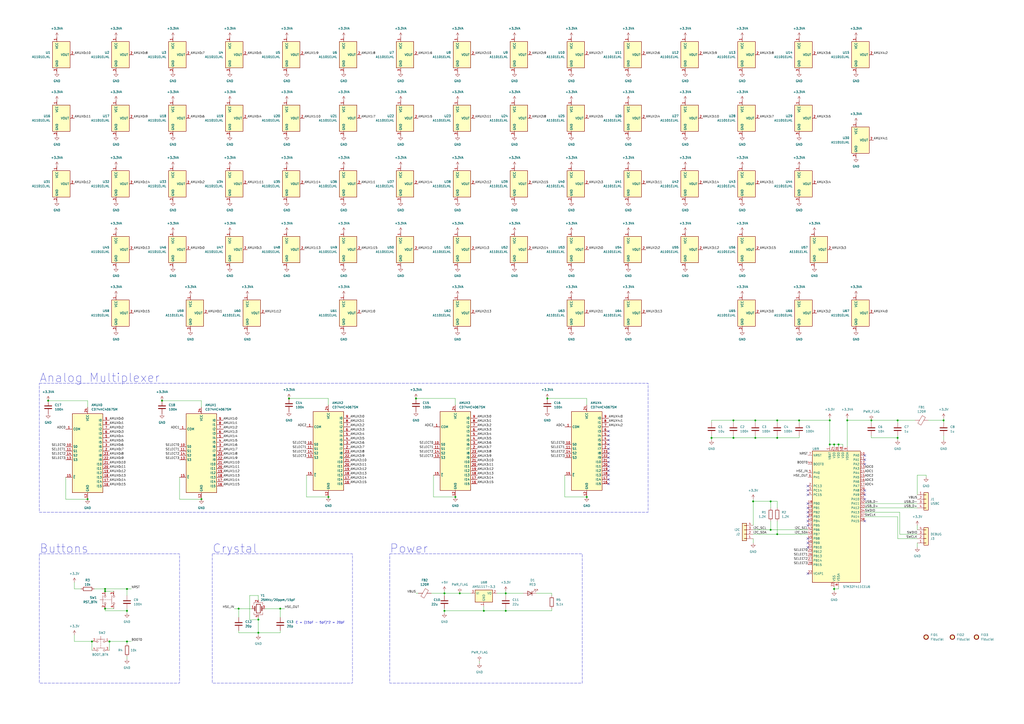
<source format=kicad_sch>
(kicad_sch (version 20230121) (generator eeschema)
  (paper "A2")
  (title_block (title "Macrolev") (date "2023-10-22") (rev "1.0") (company "Heiso"))
  (junction (at 505.46 243.84))
  (junction (at 280.67 354.33))
  (junction (at 483.87 257.81))
  (junction (at 73.66 341.63))
  (junction (at 481.33 257.81))
  (junction (at 425.45 243.84))
  (junction (at 436.88 290.83))
  (junction (at 450.85 309.88))
  (junction (at 162.56 353.06))
  (junction (at 317.5 231.14))
  (junction (at 50.8 289.56))
  (junction (at 149.86 359.41))
  (junction (at 266.7 344.17))
  (junction (at 264.16 288.29))
  (junction (at 190.5 288.29))
  (junction (at 450.85 243.84))
  (junction (at 27.94 232.41))
  (junction (at 463.55 243.84))
  (junction (at 149.86 367.03))
  (junction (at 60.96 341.63))
  (junction (at 450.85 254))
  (junction (at 412.75 254))
  (junction (at 547.37 243.84))
  (junction (at 53.34 372.11))
  (junction (at 491.49 243.84))
  (junction (at 73.66 372.11))
  (junction (at 293.37 354.33))
  (junction (at 340.36 288.29))
  (junction (at 257.81 344.17))
  (junction (at 438.15 243.84))
  (junction (at 138.43 353.06))
  (junction (at 483.87 341.63))
  (junction (at 73.66 354.33))
  (junction (at 520.7 254))
  (junction (at 486.41 257.81))
  (junction (at 257.81 354.33))
  (junction (at 93.98 232.41))
  (junction (at 425.45 254))
  (junction (at 60.96 342.9))
  (junction (at 438.15 254))
  (junction (at 63.5 372.11))
  (junction (at 116.84 289.56))
  (junction (at 293.37 344.17))
  (junction (at 447.04 307.34))
  (junction (at 241.3 231.14))
  (junction (at 447.04 290.83))
  (junction (at 60.96 353.06))
  (junction (at 167.64 231.14))
  (junction (at 520.7 243.84))
  (junction (at 481.33 243.84))
  (no_connect (at 353.06 257.81))
  (no_connect (at 501.65 284.48))
  (no_connect (at 501.65 289.56))
  (no_connect (at 468.63 317.5))
  (no_connect (at 468.63 312.42))
  (no_connect (at 468.63 299.72))
  (no_connect (at 353.06 278.13))
  (no_connect (at 468.63 287.02))
  (no_connect (at 468.63 297.18))
  (no_connect (at 353.06 265.43))
  (no_connect (at 353.06 270.51))
  (no_connect (at 468.63 292.1))
  (no_connect (at 468.63 314.96))
  (no_connect (at 501.65 302.26))
  (no_connect (at 468.63 332.74))
  (no_connect (at 468.63 281.94))
  (no_connect (at 468.63 304.8))
  (no_connect (at 501.65 264.16))
  (no_connect (at 353.06 280.67))
  (no_connect (at 353.06 255.27))
  (no_connect (at 468.63 302.26))
  (no_connect (at 501.65 287.02))
  (no_connect (at 468.63 284.48))
  (no_connect (at 353.06 250.19))
  (no_connect (at 468.63 294.64))
  (no_connect (at 353.06 262.89))
  (no_connect (at 353.06 260.35))
  (no_connect (at 353.06 273.05))
  (no_connect (at 353.06 267.97))
  (no_connect (at 501.65 266.7))
  (no_connect (at 501.65 269.24))
  (no_connect (at 353.06 275.59))
  (no_connect (at 353.06 252.73))
  (wire (pts (xy 149.86 358.14) (xy 149.86 359.41)))
  (wire (pts (xy 488.95 257.81) (xy 486.41 257.81)))
  (wire (pts (xy 149.86 347.98) (xy 149.86 345.44)))
  (wire (pts (xy 530.86 243.84) (xy 520.7 243.84)))
  (wire (pts (xy 547.37 242.57) (xy 547.37 243.84)))
  (wire (pts (xy 340.36 234.95) (xy 340.36 231.14)))
  (wire (pts (xy 491.49 243.84) (xy 491.49 259.08)))
  (wire (pts (xy 293.37 344.17) (xy 293.37 345.44)))
  (wire (pts (xy 425.45 243.84) (xy 438.15 243.84)))
  (wire (pts (xy 425.45 252.73) (xy 425.45 254)))
  (wire (pts (xy 162.56 353.06) (xy 162.56 358.14)))
  (wire (pts (xy 162.56 367.03) (xy 162.56 365.76)))
  (wire (pts (xy 425.45 243.84) (xy 425.45 245.11)))
  (wire (pts (xy 264.16 234.95) (xy 264.16 231.14)))
  (wire (pts (xy 311.15 344.17) (xy 320.04 344.17)))
  (wire (pts (xy 144.78 345.44) (xy 144.78 359.41)))
  (wire (pts (xy 520.7 243.84) (xy 520.7 245.11)))
  (wire (pts (xy 60.96 353.06) (xy 60.96 354.33)))
  (wire (pts (xy 320.04 353.06) (xy 320.04 354.33)))
  (wire (pts (xy 320.04 354.33) (xy 293.37 354.33)))
  (wire (pts (xy 138.43 367.03) (xy 149.86 367.03)))
  (wire (pts (xy 162.56 367.03) (xy 149.86 367.03)))
  (wire (pts (xy 250.19 344.17) (xy 257.81 344.17)))
  (wire (pts (xy 436.88 309.88) (xy 450.85 309.88)))
  (wire (pts (xy 520.7 299.72) (xy 520.7 312.42)))
  (wire (pts (xy 450.85 290.83) (xy 447.04 290.83)))
  (wire (pts (xy 438.15 243.84) (xy 438.15 245.11)))
  (wire (pts (xy 412.75 243.84) (xy 425.45 243.84)))
  (wire (pts (xy 257.81 344.17) (xy 266.7 344.17)))
  (wire (pts (xy 532.13 275.59) (xy 532.13 287.02)))
  (wire (pts (xy 481.33 242.57) (xy 481.33 243.84)))
  (wire (pts (xy 60.96 353.06) (xy 66.04 353.06)))
  (wire (pts (xy 412.75 252.73) (xy 412.75 254)))
  (wire (pts (xy 73.66 372.11) (xy 76.2 372.11)))
  (wire (pts (xy 447.04 290.83) (xy 436.88 290.83)))
  (wire (pts (xy 162.56 353.06) (xy 165.1 353.06)))
  (wire (pts (xy 50.8 236.22) (xy 50.8 232.41)))
  (wire (pts (xy 520.7 254) (xy 520.7 255.27)))
  (wire (pts (xy 73.66 341.63) (xy 76.2 341.63)))
  (wire (pts (xy 463.55 252.73) (xy 463.55 254)))
  (wire (pts (xy 149.86 367.03) (xy 149.86 368.3)))
  (wire (pts (xy 520.7 312.42) (xy 532.13 312.42)))
  (wire (pts (xy 450.85 254) (xy 438.15 254)))
  (wire (pts (xy 488.95 259.08) (xy 488.95 257.81)))
  (wire (pts (xy 532.13 307.34) (xy 532.13 304.8)))
  (wire (pts (xy 483.87 257.81) (xy 481.33 257.81)))
  (wire (pts (xy 288.29 344.17) (xy 293.37 344.17)))
  (wire (pts (xy 537.21 275.59) (xy 537.21 276.86)))
  (wire (pts (xy 412.75 245.11) (xy 412.75 243.84)))
  (wire (pts (xy 138.43 353.06) (xy 138.43 358.14)))
  (wire (pts (xy 483.87 341.63) (xy 483.87 342.9)))
  (wire (pts (xy 520.7 252.73) (xy 520.7 254)))
  (wire (pts (xy 251.46 275.59) (xy 251.46 288.29)))
  (wire (pts (xy 60.96 341.63) (xy 60.96 342.9)))
  (wire (pts (xy 486.41 257.81) (xy 486.41 259.08)))
  (wire (pts (xy 447.04 290.83) (xy 447.04 294.64)))
  (wire (pts (xy 280.67 354.33) (xy 257.81 354.33)))
  (wire (pts (xy 53.34 372.11) (xy 53.34 377.19)))
  (wire (pts (xy 138.43 353.06) (xy 146.05 353.06)))
  (wire (pts (xy 177.8 288.29) (xy 190.5 288.29)))
  (wire (pts (xy 463.55 245.11) (xy 463.55 243.84)))
  (wire (pts (xy 505.46 243.84) (xy 491.49 243.84)))
  (wire (pts (xy 438.15 252.73) (xy 438.15 254)))
  (wire (pts (xy 436.88 307.34) (xy 447.04 307.34)))
  (wire (pts (xy 491.49 243.84) (xy 491.49 242.57)))
  (wire (pts (xy 486.41 340.36) (xy 486.41 341.63)))
  (wire (pts (xy 43.18 341.63) (xy 46.99 341.63)))
  (wire (pts (xy 138.43 367.03) (xy 138.43 365.76)))
  (wire (pts (xy 251.46 288.29) (xy 264.16 288.29)))
  (wire (pts (xy 153.67 353.06) (xy 162.56 353.06)))
  (wire (pts (xy 463.55 254) (xy 450.85 254)))
  (wire (pts (xy 63.5 372.11) (xy 73.66 372.11)))
  (wire (pts (xy 257.81 344.17) (xy 257.81 345.44)))
  (wire (pts (xy 438.15 243.84) (xy 450.85 243.84)))
  (wire (pts (xy 450.85 252.73) (xy 450.85 254)))
  (wire (pts (xy 520.7 243.84) (xy 505.46 243.84)))
  (wire (pts (xy 167.64 231.14) (xy 190.5 231.14)))
  (wire (pts (xy 60.96 354.33) (xy 73.66 354.33)))
  (wire (pts (xy 505.46 252.73) (xy 505.46 254)))
  (wire (pts (xy 505.46 254) (xy 520.7 254)))
  (wire (pts (xy 547.37 243.84) (xy 547.37 245.11)))
  (wire (pts (xy 293.37 342.9) (xy 293.37 344.17)))
  (wire (pts (xy 257.81 342.9) (xy 257.81 344.17)))
  (wire (pts (xy 436.88 312.42) (xy 436.88 314.96)))
  (wire (pts (xy 93.98 232.41) (xy 116.84 232.41)))
  (wire (pts (xy 447.04 302.26) (xy 447.04 307.34)))
  (wire (pts (xy 149.86 345.44) (xy 144.78 345.44)))
  (wire (pts (xy 483.87 340.36) (xy 483.87 341.63)))
  (wire (pts (xy 501.65 299.72) (xy 520.7 299.72)))
  (wire (pts (xy 447.04 307.34) (xy 468.63 307.34)))
  (wire (pts (xy 60.96 342.9) (xy 66.04 342.9)))
  (wire (pts (xy 486.41 257.81) (xy 483.87 257.81)))
  (wire (pts (xy 293.37 344.17) (xy 303.53 344.17)))
  (wire (pts (xy 104.14 276.86) (xy 104.14 289.56)))
  (wire (pts (xy 450.85 245.11) (xy 450.85 243.84)))
  (wire (pts (xy 463.55 243.84) (xy 481.33 243.84)))
  (wire (pts (xy 257.81 354.33) (xy 257.81 355.6)))
  (wire (pts (xy 483.87 257.81) (xy 483.87 259.08)))
  (wire (pts (xy 436.88 290.83) (xy 436.88 289.56)))
  (wire (pts (xy 149.86 359.41) (xy 149.86 367.03)))
  (wire (pts (xy 73.66 353.06) (xy 73.66 354.33)))
  (wire (pts (xy 547.37 252.73) (xy 547.37 255.27)))
  (wire (pts (xy 438.15 254) (xy 425.45 254)))
  (wire (pts (xy 280.67 351.79) (xy 280.67 354.33)))
  (wire (pts (xy 327.66 288.29) (xy 340.36 288.29)))
  (wire (pts (xy 501.65 294.64) (xy 532.13 294.64)))
  (wire (pts (xy 73.66 381) (xy 73.66 382.27)))
  (wire (pts (xy 241.3 344.17) (xy 242.57 344.17)))
  (wire (pts (xy 73.66 355.6) (xy 73.66 354.33)))
  (wire (pts (xy 266.7 344.17) (xy 273.05 344.17)))
  (wire (pts (xy 38.1 289.56) (xy 50.8 289.56)))
  (wire (pts (xy 425.45 254) (xy 412.75 254)))
  (wire (pts (xy 280.67 354.33) (xy 293.37 354.33)))
  (wire (pts (xy 135.89 353.06) (xy 138.43 353.06)))
  (wire (pts (xy 505.46 243.84) (xy 505.46 245.11)))
  (wire (pts (xy 412.75 254) (xy 412.75 255.27)))
  (wire (pts (xy 501.65 292.1) (xy 532.13 292.1)))
  (wire (pts (xy 532.13 314.96) (xy 532.13 317.5)))
  (wire (pts (xy 327.66 275.59) (xy 327.66 288.29)))
  (wire (pts (xy 436.88 304.8) (xy 436.88 290.83)))
  (wire (pts (xy 63.5 372.11) (xy 63.5 377.19)))
  (wire (pts (xy 116.84 236.22) (xy 116.84 232.41)))
  (wire (pts (xy 241.3 231.14) (xy 264.16 231.14)))
  (wire (pts (xy 43.18 337.82) (xy 43.18 341.63)))
  (wire (pts (xy 104.14 289.56) (xy 116.84 289.56)))
  (wire (pts (xy 521.97 297.18) (xy 521.97 309.88)))
  (wire (pts (xy 38.1 276.86) (xy 38.1 289.56)))
  (wire (pts (xy 481.33 243.84) (xy 481.33 257.81)))
  (wire (pts (xy 450.85 294.64) (xy 450.85 290.83)))
  (wire (pts (xy 257.81 354.33) (xy 257.81 353.06)))
  (wire (pts (xy 537.21 275.59) (xy 532.13 275.59)))
  (wire (pts (xy 481.33 257.81) (xy 481.33 259.08)))
  (wire (pts (xy 486.41 341.63) (xy 483.87 341.63)))
  (wire (pts (xy 501.65 297.18) (xy 521.97 297.18)))
  (wire (pts (xy 60.96 341.63) (xy 73.66 341.63)))
  (wire (pts (xy 190.5 234.95) (xy 190.5 231.14)))
  (wire (pts (xy 320.04 344.17) (xy 320.04 345.44)))
  (wire (pts (xy 54.61 341.63) (xy 60.96 341.63)))
  (wire (pts (xy 450.85 302.26) (xy 450.85 309.88)))
  (wire (pts (xy 538.48 243.84) (xy 547.37 243.84)))
  (wire (pts (xy 278.13 383.54) (xy 278.13 384.81)))
  (wire (pts (xy 73.66 345.44) (xy 73.66 341.63)))
  (wire (pts (xy 450.85 309.88) (xy 468.63 309.88)))
  (wire (pts (xy 43.18 372.11) (xy 53.34 372.11)))
  (wire (pts (xy 521.97 309.88) (xy 532.13 309.88)))
  (wire (pts (xy 144.78 359.41) (xy 149.86 359.41)))
  (wire (pts (xy 293.37 354.33) (xy 293.37 353.06)))
  (wire (pts (xy 450.85 243.84) (xy 463.55 243.84)))
  (wire (pts (xy 177.8 275.59) (xy 177.8 288.29)))
  (wire (pts (xy 43.18 368.3) (xy 43.18 372.11)))
  (wire (pts (xy 27.94 232.41) (xy 50.8 232.41)))
  (wire (pts (xy 73.66 372.11) (xy 73.66 373.38)))
  (wire (pts (xy 317.5 231.14) (xy 340.36 231.14)))
  (rectangle (start 123.19 321.31) (end 204.47 396.24) (stroke (width 0) (type dash)))
  (rectangle (start 226.06 321.31) (end 337.82 396.24) (stroke (width 0) (type dash)))
  (rectangle (start 22.86 321.31) (end 104.14 396.24) (stroke (width 0) (type dash)))
  (rectangle (start 22.86 222.25) (end 375.92 297.18) (stroke (width 0) (type dash)))
  (text "Power" (at 226.06 321.31 0) (effects (font (size 5 5)) (justify left bottom)))
  (text "Buttons" (at 22.86 321.31 0) (effects (font (size 5 5)) (justify left bottom)))
  (text "C = (15pF - 5pF)*2 = 20pF" (at 171.45 361.95 0) (effects (font (size 1.27 1.27)) (justify left bottom)))
  (text "Crystal\n" (at 123.19 321.31 0) (effects (font (size 5 5)) (justify left bottom)))
  (text "Analog Multiplexer" (at 22.86 222.25 0) (effects (font (size 5 5)) (justify left bottom)))
  (label "SELECT0" (at 327.66 257.81 180))
  (label "BOOT0" (at 468.63 269.24 180))
  (label "AMUX0:7" (at 110.49 31.75 0))
  (label "ADC4" (at 501.65 281.94 0))
  (label "AMUX0:10" (at 63.5 269.24 0))
  (label "AMUX2:1" (at 341.63 181.61 0))
  (label "ADC0" (at 501.65 271.78 0))
  (label "I2C_SDA" (at 436.88 309.88 0))
  (label "AMUX3:13" (at 374.65 181.61 0))
  (label "AMUX4:0" (at 506.73 181.61 0))
  (label "AMUX3:5" (at 276.86 255.27 0))
  (label "SWDIO" (at 501.65 297.18 0))
  (label "AMUX0:4" (at 63.5 254 0))
  (label "AMUX2:3" (at 341.63 106.68 0))
  (label "AMUX2:4" (at 203.2 252.73 0))
  (label "SELECT3" (at 468.63 327.66 180))
  (label "AMUX4:1" (at 506.73 81.28 0))
  (label "AMUX2:13" (at 275.59 181.61 0))
  (label "AMUX0:12" (at 63.5 274.32 0))
  (label "SELECT2" (at 468.63 325.12 180))
  (label "SELECT0" (at 104.14 259.08 180))
  (label "BOOT0" (at 76.2 372.11 0))
  (label "AMUX3:12" (at 276.86 273.05 0))
  (label "AMUX4:2" (at 506.73 31.75 0))
  (label "AMUX2:3" (at 203.2 250.19 0))
  (label "AMUX2:9" (at 203.2 265.43 0))
  (label "AMUX2:7" (at 341.63 31.75 0))
  (label "AMUX2:9" (at 308.61 31.75 0))
  (label "AMUX3:14" (at 407.67 106.68 0))
  (label "AMUX0:9" (at 77.47 68.58 0))
  (label "AMUX0:7" (at 63.5 261.62 0))
  (label "AMUX3:3" (at 482.6 144.78 0))
  (label "AMUX1:5" (at 129.54 256.54 0))
  (label "HSE_IN" (at 468.63 274.32 180))
  (label "AMUX3:14" (at 276.86 278.13 0))
  (label "AMUX3:6" (at 473.71 31.75 0))
  (label "USB_D-" (at 501.65 292.1 0))
  (label "AMUX1:8" (at 209.55 31.75 0))
  (label "AMUX0:8" (at 63.5 264.16 0))
  (label "AMUX1:7" (at 209.55 68.58 0))
  (label "AMUX0:13" (at 77.47 144.78 0))
  (label "AMUX1:15" (at 129.54 281.94 0))
  (label "AMUX2:12" (at 203.2 273.05 0))
  (label "AMUX1:0" (at 209.55 181.61 0))
  (label "AMUX2:11" (at 275.59 68.58 0))
  (label "AMUX2:15" (at 203.2 280.67 0))
  (label "AMUX3:8" (at 440.69 31.75 0))
  (label "AMUX0:14" (at 77.47 106.68 0))
  (label "AMUX1:9" (at 129.54 266.7 0))
  (label "ADC2" (at 501.65 276.86 0))
  (label "AMUX0:2" (at 110.49 106.68 0))
  (label "AMUX2:0" (at 203.2 242.57 0))
  (label "AMUX3:2" (at 276.86 247.65 0))
  (label "AMUX1:10" (at 176.53 68.58 0))
  (label "SWCLK" (at 501.65 299.72 0))
  (label "AMUX1:1" (at 129.54 246.38 0))
  (label "AMUX1:0" (at 129.54 243.84 0))
  (label "HSE_OUT" (at 468.63 276.86 180))
  (label "SELECT3" (at 104.14 266.7 180))
  (label "ADC1" (at 501.65 274.32 0))
  (label "AMUX1:14" (at 176.53 106.68 0))
  (label "AMUX2:6" (at 374.65 31.75 0))
  (label "ADC0" (at 38.1 248.92 180))
  (label "AMUX0:2" (at 63.5 248.92 0))
  (label "SELECT1" (at 251.46 260.35 180))
  (label "SELECT2" (at 251.46 262.89 180))
  (label "AMUX3:8" (at 276.86 262.89 0))
  (label "AMUX0:1" (at 120.65 181.61 0))
  (label "SELECT1" (at 177.8 260.35 180))
  (label "AMUX3:7" (at 440.69 68.58 0))
  (label "NRST" (at 76.2 341.63 0))
  (label "HSE_OUT" (at 165.1 353.06 0))
  (label "AMUX3:11" (at 374.65 106.68 0))
  (label "I2C_SCL" (at 468.63 307.34 180))
  (label "AMUX2:2" (at 374.65 144.78 0))
  (label "SELECT3" (at 327.66 265.43 180))
  (label "AMUX0:11" (at 43.18 68.58 0))
  (label "AMUX1:3" (at 129.54 251.46 0))
  (label "AMUX1:13" (at 176.53 144.78 0))
  (label "AMUX0:0" (at 63.5 243.84 0))
  (label "AMUX1:8" (at 129.54 264.16 0))
  (label "AMUX0:14" (at 63.5 279.4 0))
  (label "ADC3" (at 251.46 247.65 180))
  (label "SELECT1" (at 104.14 261.62 180))
  (label "AMUX2:14" (at 308.61 144.78 0))
  (label "SELECT3" (at 38.1 266.7 180))
  (label "SELECT0" (at 251.46 257.81 180))
  (label "AMUX3:11" (at 276.86 270.51 0))
  (label "AMUX3:4" (at 473.71 106.68 0))
  (label "AMUX2:2" (at 203.2 247.65 0))
  (label "AMUX2:13" (at 203.2 275.59 0))
  (label "SELECT0" (at 468.63 320.04 180))
  (label "AMUX0:6" (at 110.49 68.58 0))
  (label "AMUX0:11" (at 63.5 271.78 0))
  (label "AMUX3:9" (at 407.67 31.75 0))
  (label "AMUX1:7" (at 129.54 261.62 0))
  (label "AMUX1:9" (at 176.53 31.75 0))
  (label "AMUX3:15" (at 440.69 144.78 0))
  (label "AMUX2:5" (at 341.63 68.58 0))
  (label "AMUX0:4" (at 143.51 68.58 0))
  (label "AMUX1:1" (at 209.55 106.68 0))
  (label "SWDIO" (at 532.13 309.88 180))
  (label "AMUX3:7" (at 276.86 260.35 0))
  (label "AMUX1:14" (at 129.54 279.4 0))
  (label "AMUX3:10" (at 276.86 267.97 0))
  (label "AMUX1:4" (at 242.57 106.68 0))
  (label "AMUX1:13" (at 129.54 276.86 0))
  (label "AMUX0:15" (at 63.5 281.94 0))
  (label "AMUX1:6" (at 242.57 31.75 0))
  (label "AMUX4:1" (at 353.06 245.11 0))
  (label "USB_D+" (at 532.13 294.64 180))
  (label "AMUX3:3" (at 276.86 250.19 0))
  (label "AMUX2:11" (at 203.2 270.51 0))
  (label "AMUX0:9" (at 63.5 266.7 0))
  (label "AMUX3:0" (at 440.69 181.61 0))
  (label "AMUX1:2" (at 129.54 248.92 0))
  (label "AMUX0:5" (at 63.5 256.54 0))
  (label "AMUX0:8" (at 77.47 31.75 0))
  (label "ADC2" (at 177.8 247.65 180))
  (label "AMUX0:10" (at 43.18 31.75 0))
  (label "AMUX2:15" (at 308.61 106.68 0))
  (label "HSE_IN" (at 135.89 353.06 180))
  (label "AMUX2:6" (at 203.2 257.81 0))
  (label "AMUX1:12" (at 129.54 274.32 0))
  (label "AMUX1:4" (at 129.54 254 0))
  (label "AMUX3:5" (at 473.71 68.58 0))
  (label "AMUX0:13" (at 63.5 276.86 0))
  (label "I2C_SCL" (at 436.88 307.34 0))
  (label "USB_D-" (at 532.13 292.1 180))
  (label "AMUX2:14" (at 203.2 278.13 0))
  (label "AMUX0:12" (at 43.18 106.68 0))
  (label "AMUX2:12" (at 275.59 106.68 0))
  (label "ADC4" (at 327.66 247.65 180))
  (label "AMUX0:15" (at 77.47 181.61 0))
  (label "AMUX1:11" (at 129.54 271.78 0))
  (label "AMUX3:6" (at 276.86 257.81 0))
  (label "AMUX0:3" (at 63.5 251.46 0))
  (label "SELECT3" (at 251.46 265.43 180))
  (label "ADC3" (at 501.65 279.4 0))
  (label "AMUX1:10" (at 129.54 269.24 0))
  (label "AMUX3:1" (at 276.86 245.11 0))
  (label "AMUX1:3" (at 275.59 144.78 0))
  (label "AMUX2:4" (at 374.65 68.58 0))
  (label "AMUX2:10" (at 203.2 267.97 0))
  (label "SELECT2" (at 177.8 262.89 180))
  (label "SELECT1" (at 327.66 260.35 180))
  (label "AMUX2:1" (at 203.2 245.11 0))
  (label "VBUS" (at 532.13 289.56 180))
  (label "AMUX3:4" (at 276.86 252.73 0))
  (label "AMUX0:0" (at 110.49 144.78 0))
  (label "AMUX1:2" (at 242.57 144.78 0))
  (label "SELECT1" (at 38.1 261.62 180))
  (label "AMUX4:2" (at 353.06 247.65 0))
  (label "SELECT2" (at 104.14 264.16 180))
  (label "AMUX2:10" (at 275.59 31.75 0))
  (label "AMUX3:10" (at 407.67 68.58 0))
  (label "USB_D+" (at 501.65 294.64 0))
  (label "AMUX0:3" (at 143.51 144.78 0))
  (label "SELECT2" (at 38.1 264.16 180))
  (label "AMUX1:15" (at 209.55 144.78 0))
  (label "SELECT3" (at 177.8 265.43 180))
  (label "AMUX0:6" (at 63.5 259.08 0))
  (label "AMUX3:15" (at 276.86 280.67 0))
  (label "NRST" (at 468.63 264.16 180))
  (label "AMUX2:0" (at 341.63 144.78 0))
  (label "VBUS" (at 241.3 344.17 180))
  (label "AMUX1:12" (at 153.67 181.61 0))
  (label "SELECT2" (at 327.66 262.89 180))
  (label "AMUX3:0" (at 276.86 242.57 0))
  (label "AMUX0:5" (at 143.51 31.75 0))
  (label "SWCLK" (at 532.13 312.42 180))
  (label "AMUX4:0" (at 353.06 242.57 0))
  (label "AMUX1:5" (at 242.57 68.58 0))
  (label "SELECT1" (at 468.63 322.58 180))
  (label "AMUX1:11" (at 143.51 106.68 0))
  (label "AMUX2:7" (at 203.2 260.35 0))
  (label "AMUX1:6" (at 129.54 259.08 0))
  (label "AMUX2:5" (at 203.2 255.27 0))
  (label "AMUX2:8" (at 203.2 262.89 0))
  (label "SELECT0" (at 38.1 259.08 180))
  (label "SELECT0" (at 177.8 257.81 180))
  (label "AMUX3:13" (at 276.86 275.59 0))
  (label "AMUX3:2" (at 473.71 181.61 0))
  (label "I2C_SDA" (at 468.63 309.88 180))
  (label "ADC1" (at 104.14 248.92 180))
  (label "AMUX3:12" (at 407.67 144.78 0))
  (label "AMUX3:9" (at 276.86 265.43 0))
  (label "AMUX2:8" (at 308.61 68.58 0))
  (label "AMUX3:1" (at 440.69 106.68 0))
  (label "AMUX0:1" (at 63.5 246.38 0))
  (symbol (lib_id "Sensor_Magnetic:A1101ELHL") (at 334.01 68.58 0) (unit 1)
    (property "Reference" "U25" (at 327.66 67.3099 0) (effects (justify right)))
    (property "Value" "A1101ELHL" (at 327.66 69.8499 0) (effects (justify right)))
    (property "Footprint" "Package_TO_SOT_SMD:SOT-23" (effects hide))
    (property "Datasheet" "https://www.allegromicro.com/-/media/files/datasheets/a110x-datasheet.ashx" (effects hide))
    (property "LCSC" "C266230" (effects hide))
  )
  (symbol (lib_id "power:+3.3VA") (at 331.47 96.52 0) (unit 1)
    (property "Reference" "#PWR070" (effects hide))
    (property "Value" "+3.3VA" (at 331.47 91.44 0))
  )
  (symbol (lib_id "power:+3.3VA") (at 232.41 21.59 0) (unit 1)
    (property "Reference" "#PWR07" (effects hide))
    (property "Value" "+3.3VA" (at 232.41 16.51 0))
  )
  (symbol (lib_id "power:GND") (at 166.37 78.74 0) (unit 1)
    (property "Reference" "#PWR050" (effects hide))
    (property "Value" "GND" (at 166.37 83.82 0))
  )
  (symbol (lib_id "power:GND") (at 133.35 154.94 0) (unit 1)
    (property "Reference" "#PWR0104" (effects hide))
    (property "Value" "GND" (at 133.35 160.02 0))
  )
  (symbol (lib_id "Device:C") (at 520.7 248.92 0) (unit 1)
    (property "Reference" "C7" (at 524.51 247.65 0) (effects (justify left)))
    (property "Value" "1u" (at 524.51 250.19 0) (effects (justify left)))
    (property "Footprint" "Capacitor_SMD:C_0402_1005Metric_Pad0.74x0.62mm_HandSolder" (effects hide))
    (property "LCSC" "C52923" (effects hide))
  )
  (symbol (lib_id "power:GND") (at 149.86 368.3 0) (unit 1)
    (property "Reference" "#PWR0164" (effects hide))
    (property "Value" "GND" (at 149.86 373.38 0))
  )
  (symbol (lib_id "74xx:CD74HC4067SM") (at 190.5 260.35 0) (unit 1)
    (property "Reference" "AMUX2" (at 192.6941 233.68 0) (effects (justify left)))
    (property "Value" "CD74HC4067SM" (at 192.6941 236.22 0) (effects (justify left)))
    (property "Footprint" "Package_SO:SSOP-24_5.3x8.2mm_P0.65mm" (effects hide))
    (property "Datasheet" "http://www.ti.com/lit/ds/symlink/cd74hc4067.pdf" (effects hide))
    (property "LCSC" "C179326" (effects hide))
  )
  (symbol (lib_id "power:+3.3VA") (at 33.02 96.52 0) (unit 1)
    (property "Reference" "#PWR061" (effects hide))
    (property "Value" "+3.3VA" (at 33.02 91.44 0))
  )
  (symbol (lib_id "Sensor_Magnetic:A1101ELHL") (at 234.95 106.68 0) (unit 1)
    (property "Reference" "U37" (at 228.6 105.4099 0) (effects (justify right)))
    (property "Value" "A1101ELHL" (at 228.6 107.9499 0) (effects (justify right)))
    (property "Footprint" "Package_TO_SOT_SMD:SOT-23" (effects hide))
    (property "Datasheet" "https://www.allegromicro.com/-/media/files/datasheets/a110x-datasheet.ashx" (effects hide))
    (property "LCSC" "C266230" (effects hide))
  )
  (symbol (lib_id "Sensor_Magnetic:A1101ELHL") (at 135.89 68.58 0) (unit 1)
    (property "Reference" "U19" (at 129.54 67.3099 0) (effects (justify right)))
    (property "Value" "A1101ELHL" (at 129.54 69.8499 0) (effects (justify right)))
    (property "Footprint" "Package_TO_SOT_SMD:SOT-23" (effects hide))
    (property "Datasheet" "https://www.allegromicro.com/-/media/files/datasheets/a110x-datasheet.ashx" (effects hide))
    (property "LCSC" "C266230" (effects hide))
  )
  (symbol (lib_id "Sensor_Magnetic:A1101ELHL") (at 168.91 144.78 0) (unit 1)
    (property "Reference" "U48" (at 162.56 143.5099 0) (effects (justify right)))
    (property "Value" "A1101ELHL" (at 162.56 146.0499 0) (effects (justify right)))
    (property "Footprint" "Package_TO_SOT_SMD:SOT-23" (effects hide))
    (property "Datasheet" "https://www.allegromicro.com/-/media/files/datasheets/a110x-datasheet.ashx" (effects hide))
    (property "LCSC" "C266230" (effects hide))
  )
  (symbol (lib_id "Sensor_Magnetic:A1101ELHL") (at 135.89 106.68 0) (unit 1)
    (property "Reference" "U34" (at 129.54 105.4099 0) (effects (justify right)))
    (property "Value" "A1101ELHL" (at 129.54 107.9499 0) (effects (justify right)))
    (property "Footprint" "Package_TO_SOT_SMD:SOT-23" (effects hide))
    (property "Datasheet" "https://www.allegromicro.com/-/media/files/datasheets/a110x-datasheet.ashx" (effects hide))
    (property "LCSC" "C266230" (effects hide))
  )
  (symbol (lib_id "Sensor_Magnetic:A1101ELHL") (at 102.87 68.58 0) (unit 1)
    (property "Reference" "U18" (at 96.52 67.3099 0) (effects (justify right)))
    (property "Value" "A1101ELHL" (at 96.52 69.8499 0) (effects (justify right)))
    (property "Footprint" "Package_TO_SOT_SMD:SOT-23" (effects hide))
    (property "Datasheet" "https://www.allegromicro.com/-/media/files/datasheets/a110x-datasheet.ashx" (effects hide))
    (property "LCSC" "C266230" (effects hide))
  )
  (symbol (lib_id "power:+3.3VA") (at 166.37 21.59 0) (unit 1)
    (property "Reference" "#PWR05" (effects hide))
    (property "Value" "+3.3VA" (at 166.37 16.51 0))
  )
  (symbol (lib_id "power:GND") (at 298.45 41.91 0) (unit 1)
    (property "Reference" "#PWR024" (effects hide))
    (property "Value" "GND" (at 298.45 46.99 0))
  )
  (symbol (lib_id "Sensor_Magnetic:A1101ELHL") (at 433.07 144.78 0) (unit 1)
    (property "Reference" "U56" (at 426.72 143.5099 0) (effects (justify right)))
    (property "Value" "A1101ELHL" (at 426.72 146.0499 0) (effects (justify right)))
    (property "Footprint" "Package_TO_SOT_SMD:SOT-23" (effects hide))
    (property "Datasheet" "https://www.allegromicro.com/-/media/files/datasheets/a110x-datasheet.ashx" (effects hide))
    (property "LCSC" "C266230" (effects hide))
  )
  (symbol (lib_id "power:+3.3VA") (at 166.37 58.42 0) (unit 1)
    (property "Reference" "#PWR035" (effects hide))
    (property "Value" "+3.3VA" (at 166.37 53.34 0))
  )
  (symbol (lib_id "power:GND") (at 67.31 78.74 0) (unit 1)
    (property "Reference" "#PWR047" (effects hide))
    (property "Value" "GND" (at 67.31 83.82 0))
  )
  (symbol (lib_id "power:+3.3VA") (at 298.45 21.59 0) (unit 1)
    (property "Reference" "#PWR09" (effects hide))
    (property "Value" "+3.3VA" (at 298.45 16.51 0))
  )
  (symbol (lib_id "power:GND") (at 520.7 255.27 0) (unit 1)
    (property "Reference" "#PWR0151" (effects hide))
    (property "Value" "GND" (at 520.7 260.35 0))
  )
  (symbol (lib_id "power:+3.3V") (at 43.18 337.82 0) (unit 1)
    (property "Reference" "#PWR0153" (effects hide))
    (property "Value" "+3.3V" (at 43.18 332.74 0))
  )
  (symbol (lib_id "Device:C") (at 317.5 234.95 0) (unit 1)
    (property "Reference" "C16" (at 321.31 233.68 0) (effects (justify left)))
    (property "Value" "100n" (at 321.31 236.22 0) (effects (justify left)))
    (property "Footprint" "Capacitor_SMD:C_0402_1005Metric_Pad0.74x0.62mm_HandSolder" (effects hide))
    (property "LCSC" "C1525" (effects hide))
  )
  (symbol (lib_id "power:GND") (at 483.87 342.9 0) (unit 1)
    (property "Reference" "#PWR0119" (effects hide))
    (property "Value" "GND" (at 483.87 347.98 0))
  )
  (symbol (lib_id "power:GND") (at 496.57 41.91 0) (unit 1)
    (property "Reference" "#PWR030" (effects hide))
    (property "Value" "GND" (at 496.57 46.99 0))
  )
  (symbol (lib_id "MCU_ST_STM32F4:STM32F411CEUx") (at 483.87 299.72 0) (unit 1)
    (property "Reference" "U69" (at 471.17 260.35 0) (effects (justify left)))
    (property "Value" "STM32F411CEU6" (at 488.95 340.36 0) (effects (justify left)))
    (property "Footprint" "Package_DFN_QFN:QFN-48-1EP_7x7mm_P0.5mm_EP5.6x5.6mm" (effects hide))
    (property "Datasheet" "https://www.st.com/resource/en/datasheet/stm32f411ce.pdf" (effects hide))
    (property "LCSC" "C60420" (effects hide))
  )
  (symbol (lib_id "power:+3.3VA") (at 397.51 134.62 0) (unit 1)
    (property "Reference" "#PWR099" (effects hide))
    (property "Value" "+3.3VA" (at 397.51 129.54 0))
  )
  (symbol (lib_id "power:GND") (at 100.33 78.74 0) (unit 1)
    (property "Reference" "#PWR048" (effects hide))
    (property "Value" "GND" (at 100.33 83.82 0))
  )
  (symbol (lib_id "power:+3.3VA") (at 33.02 21.59 0) (unit 1)
    (property "Reference" "#PWR01" (effects hide))
    (property "Value" "+3.3VA" (at 33.02 16.51 0))
  )
  (symbol (lib_id "Sensor_Magnetic:A1101ELHL") (at 102.87 31.75 0) (unit 1)
    (property "Reference" "U3" (at 96.52 30.4799 0) (effects (justify right)))
    (property "Value" "A1101ELHL" (at 96.52 33.0199 0) (effects (justify right)))
    (property "Footprint" "Package_TO_SOT_SMD:SOT-23" (effects hide))
    (property "Datasheet" "https://www.allegromicro.com/-/media/files/datasheets/a110x-datasheet.ashx" (effects hide))
    (property "LCSC" "C266230" (effects hide))
  )
  (symbol (lib_id "power:+3.3VA") (at 265.43 96.52 0) (unit 1)
    (property "Reference" "#PWR068" (effects hide))
    (property "Value" "+3.3VA" (at 265.43 91.44 0))
  )
  (symbol (lib_id "power:GND") (at 430.53 154.94 0) (unit 1)
    (property "Reference" "#PWR0113" (effects hide))
    (property "Value" "GND" (at 430.53 160.02 0))
  )
  (symbol (lib_id "Sensor_Magnetic:A1101ELHL") (at 499.11 81.28 0) (unit 1)
    (property "Reference" "U30" (at 492.76 80.0099 0) (effects (justify right)))
    (property "Value" "A1101ELHL" (at 492.76 82.5499 0) (effects (justify right)))
    (property "Footprint" "Package_TO_SOT_SMD:SOT-23" (effects hide))
    (property "Datasheet" "https://www.allegromicro.com/-/media/files/datasheets/a110x-datasheet.ashx" (effects hide))
    (property "LCSC" "C266230" (effects hide))
  )
  (symbol (lib_id "Sensor_Magnetic:A1101ELHL") (at 69.85 31.75 0) (unit 1)
    (property "Reference" "U2" (at 63.5 30.4799 0) (effects (justify right)))
    (property "Value" "A1101ELHL" (at 63.5 33.0199 0) (effects (justify right)))
    (property "Footprint" "Package_TO_SOT_SMD:SOT-23" (effects hide))
    (property "Datasheet" "https://www.allegromicro.com/-/media/files/datasheets/a110x-datasheet.ashx" (effects hide))
    (property "LCSC" "C266230" (effects hide))
  )
  (symbol (lib_id "Device:R") (at 450.85 298.45 0) (unit 1)
    (property "Reference" "R2" (at 453.39 297.18 0) (effects (justify left)))
    (property "Value" "1.2K" (at 453.39 299.72 0) (effects (justify left)))
    (property "Footprint" "Resistor_SMD:R_0402_1005Metric_Pad0.72x0.64mm_HandSolder" (effects hide))
    (property "LCSC" "C25862" (effects hide))
  )
  (symbol (lib_id "Sensor_Magnetic:A1101ELHL") (at 400.05 31.75 0) (unit 1)
    (property "Reference" "U12" (at 393.7 30.4799 0) (effects (justify right)))
    (property "Value" "A1101ELHL" (at 393.7 33.0199 0) (effects (justify right)))
    (property "Footprint" "Package_TO_SOT_SMD:SOT-23" (effects hide))
    (property "Datasheet" "https://www.allegromicro.com/-/media/files/datasheets/a110x-datasheet.ashx" (effects hide))
    (property "LCSC" "C266230" (effects hide))
  )
  (symbol (lib_id "power:+3.3VA") (at 430.53 96.52 0) (unit 1)
    (property "Reference" "#PWR073" (effects hide))
    (property "Value" "+3.3VA" (at 430.53 91.44 0))
  )
  (symbol (lib_id "power:+3.3VA") (at 199.39 134.62 0) (unit 1)
    (property "Reference" "#PWR093" (effects hide))
    (property "Value" "+3.3VA" (at 199.39 129.54 0))
  )
  (symbol (lib_id "power:GND") (at 397.51 116.84 0) (unit 1)
    (property "Reference" "#PWR086" (effects hide))
    (property "Value" "GND" (at 397.51 121.92 0))
  )
  (symbol (lib_id "Mechanical:Fiducial") (at 537.21 369.57 0) (unit 1)
    (property "Reference" "FID1" (at 539.75 368.3 0) (effects (justify left)))
    (property "Value" "Fiducial" (at 539.75 370.84 0) (effects (justify left)))
    (property "Footprint" "Fiducial:Fiducial_1mm_Mask3mm" (effects hide))
  )
  (symbol (lib_id "power:GND") (at 33.02 116.84 0) (unit 1)
    (property "Reference" "#PWR075" (effects hide))
    (property "Value" "GND" (at 33.02 121.92 0))
  )
  (symbol (lib_id "power:+3.3VA") (at 472.44 134.62 0) (unit 1)
    (property "Reference" "#PWR0101" (effects hide))
    (property "Value" "+3.3VA" (at 472.44 129.54 0))
  )
  (symbol (lib_id "power:GND") (at 166.37 41.91 0) (unit 1)
    (property "Reference" "#PWR020" (effects hide))
    (property "Value" "GND" (at 166.37 46.99 0))
  )
  (symbol (lib_id "power:GND") (at 331.47 191.77 0) (unit 1)
    (property "Reference" "#PWR0132" (effects hide))
    (property "Value" "GND" (at 331.47 196.85 0))
  )
  (symbol (lib_id "power:GND") (at 397.51 154.94 0) (unit 1)
    (property "Reference" "#PWR0112" (effects hide))
    (property "Value" "GND" (at 397.51 160.02 0))
  )
  (symbol (lib_id "power:+3.3VA") (at 110.49 171.45 0) (unit 1)
    (property "Reference" "#PWR0116" (effects hide))
    (property "Value" "+3.3VA" (at 110.49 166.37 0))
  )
  (symbol (lib_id "power:+3.3VA") (at 265.43 58.42 0) (unit 1)
    (property "Reference" "#PWR038" (effects hide))
    (property "Value" "+3.3VA" (at 265.43 53.34 0))
  )
  (symbol (lib_id "Device:FerriteBead") (at 246.38 344.17 90) (unit 1)
    (property "Reference" "FB2" (at 246.3292 336.55 90))
    (property "Value" "120R" (at 246.3292 339.09 90))
    (property "Footprint" "Inductor_SMD:L_0603_1608Metric_Pad1.05x0.95mm_HandSolder" (effects hide))
    (property "LCSC" "C76892" (effects hide))
  )
  (symbol (lib_id "power:GND") (at 133.35 78.74 0) (unit 1)
    (property "Reference" "#PWR049" (effects hide))
    (property "Value" "GND" (at 133.35 83.82 0))
  )
  (symbol (lib_id "Device:C") (at 257.81 349.25 0) (unit 1)
    (property "Reference" "C10" (at 251.46 347.98 0) (effects (justify left)))
    (property "Value" "22u" (at 250.19 350.52 0) (effects (justify left)))
    (property "Footprint" "Capacitor_SMD:C_0805_2012Metric_Pad1.18x1.45mm_HandSolder" (effects hide))
    (property "LCSC" "C45783" (effects hide))
  )
  (symbol (lib_id "power:GND") (at 532.13 317.5 0) (unit 1)
    (property "Reference" "#PWR0171" (effects hide))
    (property "Value" "GND" (at 532.13 322.58 0))
  )
  (symbol (lib_id "Sensor_Magnetic:A1101ELHL") (at 400.05 106.68 0) (unit 1)
    (property "Reference" "U42" (at 393.7 105.4099 0) (effects (justify right)))
    (property "Value" "A1101ELHL" (at 393.7 107.9499 0) (effects (justify right)))
    (property "Footprint" "Package_TO_SOT_SMD:SOT-23" (effects hide))
    (property "Datasheet" "https://www.allegromicro.com/-/media/files/datasheets/a110x-datasheet.ashx" (effects hide))
    (property "LCSC" "C266230" (effects hide))
  )
  (symbol (lib_id "power:GND") (at 430.53 191.77 0) (unit 1)
    (property "Reference" "#PWR0134" (effects hide))
    (property "Value" "GND" (at 430.53 196.85 0))
  )
  (symbol (lib_id "power:PWR_FLAG") (at 278.13 383.54 0) (unit 1)
    (property "Reference" "#FLG01" (effects hide))
    (property "Value" "PWR_FLAG" (at 278.13 378.46 0))
  )
  (symbol (lib_id "Sensor_Magnetic:A1101ELHL") (at 267.97 181.61 0) (unit 1)
    (property "Reference" "U62" (at 261.62 180.34 0) (effects (justify right)))
    (property "Value" "A1101ELHL" (at 261.62 182.88 0) (effects (justify right)))
    (property "Footprint" "Package_TO_SOT_SMD:SOT-23" (effects hide))
    (property "Datasheet" "https://www.allegromicro.com/-/media/files/datasheets/a110x-datasheet.ashx" (effects hide))
    (property "LCSC" "C266230" (effects hide))
  )
  (symbol (lib_id "power:+3.3VA") (at 430.53 134.62 0) (unit 1)
    (property "Reference" "#PWR0100" (effects hide))
    (property "Value" "+3.3VA" (at 430.53 129.54 0))
  )
  (symbol (lib_id "power:GND") (at 167.64 238.76 0) (unit 1)
    (property "Reference" "#PWR0145" (effects hide))
    (property "Value" "GND" (at 167.64 243.84 0))
  )
  (symbol (lib_id "Sensor_Magnetic:A1101ELHL") (at 334.01 31.75 0) (unit 1)
    (property "Reference" "U10" (at 327.66 30.4799 0) (effects (justify right)))
    (property "Value" "A1101ELHL" (at 327.66 33.0199 0) (effects (justify right)))
    (property "Footprint" "Package_TO_SOT_SMD:SOT-23" (effects hide))
    (property "Datasheet" "https://www.allegromicro.com/-/media/files/datasheets/a110x-datasheet.ashx" (effects hide))
    (property "LCSC" "C266230" (effects hide))
  )
  (symbol (lib_id "power:GND") (at 166.37 116.84 0) (unit 1)
    (property "Reference" "#PWR079" (effects hide))
    (property "Value" "GND" (at 166.37 121.92 0))
  )
  (symbol (lib_id "Sensor_Magnetic:A1101ELHL") (at 466.09 181.61 0) (unit 1)
    (property "Reference" "U66" (at 459.74 180.34 0) (effects (justify right)))
    (property "Value" "A1101ELHL" (at 459.74 182.88 0) (effects (justify right)))
    (property "Footprint" "Package_TO_SOT_SMD:SOT-23" (effects hide))
    (property "Datasheet" "https://www.allegromicro.com/-/media/files/datasheets/a110x-datasheet.ashx" (effects hide))
    (property "LCSC" "C266230" (effects hide))
  )
  (symbol (lib_id "power:GND") (at 110.49 191.77 0) (unit 1)
    (property "Reference" "#PWR0127" (effects hide))
    (property "Value" "GND" (at 110.49 196.85 0))
  )
  (symbol (lib_id "Device:C") (at 547.37 248.92 0) (unit 1)
    (property "Reference" "C8" (at 551.18 247.65 0) (effects (justify left)))
    (property "Value" "1u" (at 551.18 250.19 0) (effects (justify left)))
    (property "Footprint" "Capacitor_SMD:C_0402_1005Metric_Pad0.74x0.62mm_HandSolder" (effects hide))
    (property "LCSC" "C52923" (effects hide))
  )
  (symbol (lib_id "power:+3.3VA") (at 100.33 96.52 0) (unit 1)
    (property "Reference" "#PWR063" (effects hide))
    (property "Value" "+3.3VA" (at 100.33 91.44 0))
  )
  (symbol (lib_id "power:+3.3VA") (at 430.53 171.45 0) (unit 1)
    (property "Reference" "#PWR0123" (effects hide))
    (property "Value" "+3.3VA" (at 430.53 166.37 0))
  )
  (symbol (lib_id "power:GND") (at 257.81 355.6 0) (unit 1)
    (property "Reference" "#PWR0162" (effects hide))
    (property "Value" "GND" (at 257.81 360.68 0))
  )
  (symbol (lib_id "power:+3.3VA") (at 166.37 134.62 0) (unit 1)
    (property "Reference" "#PWR092" (effects hide))
    (property "Value" "+3.3VA" (at 166.37 129.54 0))
  )
  (symbol (lib_id "power:+3.3VA") (at 364.49 96.52 0) (unit 1)
    (property "Reference" "#PWR071" (effects hide))
    (property "Value" "+3.3VA" (at 364.49 91.44 0))
  )
  (symbol (lib_id "Sensor_Magnetic:A1101ELHL") (at 267.97 106.68 0) (unit 1)
    (property "Reference" "U38" (at 261.62 105.4099 0) (effects (justify right)))
    (property "Value" "A1101ELHL" (at 261.62 107.9499 0) (effects (justify right)))
    (property "Footprint" "Package_TO_SOT_SMD:SOT-23" (effects hide))
    (property "Datasheet" "https://www.allegromicro.com/-/media/files/datasheets/a110x-datasheet.ashx" (effects hide))
    (property "LCSC" "C266230" (effects hide))
  )
  (symbol (lib_id "Sensor_Magnetic:A1101ELHL") (at 367.03 181.61 0) (unit 1)
    (property "Reference" "U64" (at 360.68 180.34 0) (effects (justify right)))
    (property "Value" "A1101ELHL" (at 360.68 182.88 0) (effects (justify right)))
    (property "Footprint" "Package_TO_SOT_SMD:SOT-23" (effects hide))
    (property "Datasheet" "https://www.allegromicro.com/-/media/files/datasheets/a110x-datasheet.ashx" (effects hide))
    (property "LCSC" "C266230" (effects hide))
  )
  (symbol (lib_id "Mechanical:Fiducial") (at 552.45 369.57 0) (unit 1)
    (property "Reference" "FID2" (at 554.99 368.3 0) (effects (justify left)))
    (property "Value" "Fiducial" (at 554.99 370.84 0) (effects (justify left)))
    (property "Footprint" "Fiducial:Fiducial_1mm_Mask3mm" (effects hide))
  )
  (symbol (lib_id "Sensor_Magnetic:A1101ELHL") (at 69.85 106.68 0) (unit 1)
    (property "Reference" "U32" (at 63.5 105.4099 0) (effects (justify right)))
    (property "Value" "A1101ELHL" (at 63.5 107.9499 0) (effects (justify right)))
    (property "Footprint" "Package_TO_SOT_SMD:SOT-23" (effects hide))
    (property "Datasheet" "https://www.allegromicro.com/-/media/files/datasheets/a110x-datasheet.ashx" (effects hide))
    (property "LCSC" "C266230" (effects hide))
  )
  (symbol (lib_id "power:GND") (at 73.66 355.6 0) (unit 1)
    (property "Reference" "#PWR0152" (effects hide))
    (property "Value" "GND" (at 73.66 360.68 0))
  )
  (symbol (lib_id "power:+3.3V") (at 532.13 304.8 0) (unit 1)
    (property "Reference" "#PWR0170" (effects hide))
    (property "Value" "+3.3V" (at 532.13 299.72 0))
  )
  (symbol (lib_id "Device:C") (at 73.66 349.25 0) (unit 1)
    (property "Reference" "C9" (at 77.47 347.98 0) (effects (justify left)))
    (property "Value" "100n" (at 77.47 350.52 0) (effects (justify left)))
    (property "Footprint" "Capacitor_SMD:C_0402_1005Metric_Pad0.74x0.62mm_HandSolder" (effects hide))
    (property "LCSC" "C1525" (effects hide))
  )
  (symbol (lib_id "power:GND") (at 232.41 116.84 0) (unit 1)
    (property "Reference" "#PWR081" (effects hide))
    (property "Value" "GND" (at 232.41 121.92 0))
  )
  (symbol (lib_id "power:GND") (at 133.35 41.91 0) (unit 1)
    (property "Reference" "#PWR019" (effects hide))
    (property "Value" "GND" (at 133.35 46.99 0))
  )
  (symbol (lib_id "power:GND") (at 537.21 276.86 0) (mirror y) (unit 1)
    (property "Reference" "#PWR0172" (effects hide))
    (property "Value" "GND" (at 537.21 281.94 0))
  )
  (symbol (lib_id "Device:C") (at 138.43 361.95 0) (unit 1)
    (property "Reference" "C12" (at 142.24 360.68 0) (effects (justify left)))
    (property "Value" "20p" (at 142.24 363.22 0) (effects (justify left)))
    (property "Footprint" "Capacitor_SMD:C_0402_1005Metric_Pad0.74x0.62mm_HandSolder" (effects hide))
    (property "LCSC" "C1554" (effects hide))
  )
  (symbol (lib_id "power:+3.3VA") (at 133.35 58.42 0) (unit 1)
    (property "Reference" "#PWR034" (effects hide))
    (property "Value" "+3.3VA" (at 133.35 53.34 0))
  )
  (symbol (lib_id "power:GND") (at 67.31 154.94 0) (unit 1)
    (property "Reference" "#PWR0102" (effects hide))
    (property "Value" "GND" (at 67.31 160.02 0))
  )
  (symbol (lib_id "power:+3.3VA") (at 33.02 58.42 0) (unit 1)
    (property "Reference" "#PWR031" (effects hide))
    (property "Value" "+3.3VA" (at 33.02 53.34 0))
  )
  (symbol (lib_id "power:GND") (at 199.39 191.77 0) (unit 1)
    (property "Reference" "#PWR0129" (effects hide))
    (property "Value" "GND" (at 199.39 196.85 0))
  )
  (symbol (lib_id "power:GND") (at 190.5 288.29 0) (unit 1)
    (property "Reference" "#PWR0142" (effects hide))
    (property "Value" "GND" (at 190.5 293.37 0))
  )
  (symbol (lib_id "Device:C") (at 241.3 234.95 0) (unit 1)
    (property "Reference" "C15" (at 245.11 233.68 0) (effects (justify left)))
    (property "Value" "100n" (at 245.11 236.22 0) (effects (justify left)))
    (property "Footprint" "Capacitor_SMD:C_0402_1005Metric_Pad0.74x0.62mm_HandSolder" (effects hide))
    (property "LCSC" "C1525" (effects hide))
  )
  (symbol (lib_id "Device:LED") (at 307.34 344.17 180) (unit 1)
    (property "Reference" "D1" (at 308.9275 336.55 0))
    (property "Value" "RED" (at 308.9275 339.09 0))
    (property "Footprint" "LED_SMD:LED_0603_1608Metric_Pad1.05x0.95mm_HandSolder" (effects hide))
    (property "LCSC" "C2286" (effects hide))
  )
  (symbol (lib_id "Mechanical:Fiducial") (at 566.42 369.57 0) (unit 1)
    (property "Reference" "FID3" (at 568.96 368.3 0) (effects (justify left)))
    (property "Value" "Fiducial" (at 568.96 370.84 0) (effects (justify left)))
    (property "Footprint" "Fiducial:Fiducial_1mm_Mask3mm" (effects hide))
  )
  (symbol (lib_id "power:+3.3VA") (at 67.31 134.62 0) (unit 1)
    (property "Reference" "#PWR089" (effects hide))
    (property "Value" "+3.3VA" (at 67.31 129.54 0))
  )
  (symbol (lib_id "power:+3.3VA") (at 317.5 231.14 0) (unit 1)
    (property "Reference" "#PWR0159" (effects hide))
    (property "Value" "+3.3VA" (at 317.5 226.06 0))
  )
  (symbol (lib_id "Sensor_Magnetic:A1101ELHL") (at 367.03 31.75 0) (unit 1)
    (property "Reference" "U11" (at 360.68 30.4799 0) (effects (justify right)))
    (property "Value" "A1101ELHL" (at 360.68 33.0199 0) (effects (justify right)))
    (property "Footprint" "Package_TO_SOT_SMD:SOT-23" (effects hide))
    (property "Datasheet" "https://www.allegromicro.com/-/media/files/datasheets/a110x-datasheet.ashx" (effects hide))
    (property "LCSC" "C266230" (effects hide))
  )
  (symbol (lib_id "power:+3.3VA") (at 331.47 21.59 0) (unit 1)
    (property "Reference" "#PWR010" (effects hide))
    (property "Value" "+3.3VA" (at 331.47 16.51 0))
  )
  (symbol (lib_id "power:GND") (at 364.49 78.74 0) (unit 1)
    (property "Reference" "#PWR056" (effects hide))
    (property "Value" "GND" (at 364.49 83.82 0))
  )
  (symbol (lib_id "Sensor_Magnetic:A1101ELHL") (at 400.05 144.78 0) (unit 1)
    (property "Reference" "U55" (at 393.7 143.5099 0) (effects (justify right)))
    (property "Value" "A1101ELHL" (at 393.7 146.0499 0) (effects (justify right)))
    (property "Footprint" "Package_TO_SOT_SMD:SOT-23" (effects hide))
    (property "Datasheet" "https://www.allegromicro.com/-/media/files/datasheets/a110x-datasheet.ashx" (effects hide))
    (property "LCSC" "C266230" (effects hide))
  )
  (symbol (lib_id "power:+3.3VA") (at 265.43 21.59 0) (unit 1)
    (property "Reference" "#PWR08" (effects hide))
    (property "Value" "+3.3VA" (at 265.43 16.51 0))
  )
  (symbol (lib_id "Sensor_Magnetic:A1101ELHL") (at 267.97 68.58 0) (unit 1)
    (property "Reference" "U23" (at 261.62 67.3099 0) (effects (justify right)))
    (property "Value" "A1101ELHL" (at 261.62 69.8499 0) (effects (justify right)))
    (property "Footprint" "Package_TO_SOT_SMD:SOT-23" (effects hide))
    (property "Datasheet" "https://www.allegromicro.com/-/media/files/datasheets/a110x-datasheet.ashx" (effects hide))
    (property "LCSC" "C266230" (effects hide))
  )
  (symbol (lib_id "power:GND") (at 33.02 78.74 0) (unit 1)
    (property "Reference" "#PWR046" (effects hide))
    (property "Value" "GND" (at 33.02 83.82 0))
  )
  (symbol (lib_id "power:GND") (at 67.31 191.77 0) (unit 1)
    (property "Reference" "#PWR0126" (effects hide))
    (property "Value" "GND" (at 67.31 196.85 0))
  )
  (symbol (lib_id "power:+3.3VA") (at 67.31 58.42 0) (unit 1)
    (property "Reference" "#PWR032" (effects hide))
    (property "Value" "+3.3VA" (at 67.31 53.34 0))
  )
  (symbol (lib_id "power:PWR_FLAG") (at 505.46 243.84 0) (unit 1)
    (property "Reference" "#FLG03" (effects hide))
    (property "Value" "PWR_FLAG" (at 505.46 238.76 0))
  )
  (symbol (lib_id "74xx:CD74HC4067SM") (at 340.36 260.35 0) (unit 1)
    (property "Reference" "AMUX4" (at 342.5541 233.68 0) (effects (justify left)))
    (property "Value" "CD74HC4067SM" (at 342.5541 236.22 0) (effects (justify left)))
    (property "Footprint" "Package_SO:SSOP-24_5.3x8.2mm_P0.65mm" (effects hide))
    (property "Datasheet" "http://www.ti.com/lit/ds/symlink/cd74hc4067.pdf" (effects hide))
    (property "LCSC" "C179326" (effects hide))
  )
  (symbol (lib_id "Sensor_Magnetic:A1101ELHL") (at 168.91 68.58 0) (unit 1)
    (property "Reference" "U20" (at 162.56 67.3099 0) (effects (justify right)))
    (property "Value" "A1101ELHL" (at 162.56 69.8499 0) (effects (justify right)))
    (property "Footprint" "Package_TO_SOT_SMD:SOT-23" (effects hide))
    (property "Datasheet" "https://www.allegromicro.com/-/media/files/datasheets/a110x-datasheet.ashx" (effects hide))
    (property "LCSC" "C266230" (effects hide))
  )
  (symbol (lib_id "power:PWR_FLAG") (at 266.7 344.17 0) (unit 1)
    (property "Reference" "#FLG02" (effects hide))
    (property "Value" "PWR_FLAG" (at 266.7 339.09 0))
  )
  (symbol (lib_id "power:+3.3VA") (at 265.43 171.45 0) (unit 1)
    (property "Reference" "#PWR0120" (effects hide))
    (property "Value" "+3.3VA" (at 265.43 166.37 0))
  )
  (symbol (lib_id "Connector_Generic:Conn_01x04") (at 537.21 289.56 0) (unit 1)
    (property "Reference" "J1" (at 539.75 289.56 0) (effects (justify left)))
    (property "Value" "USBC" (at 539.75 292.1 0) (effects (justify left)))
    (property "Footprint" "Connector_PinHeader_2.54mm:PinHeader_1x04_P2.54mm_Vertical" (effects hide))
  )
  (symbol (lib_id "Switch:SW_Push_Dual") (at 58.42 372.11 0) (mirror y) (unit 1)
    (property "Reference" "SW2" (at 57.15 367.03 0) (effects (justify right)))
    (property "Value" "BOOT_BTN" (at 53.34 379.73 0) (effects (justify right)))
    (property "Footprint" "switch:SKRPACE010" (effects hide))
    (property "LCSC" "C139797" (effects hide))
  )
  (symbol (lib_id "Device:C") (at 450.85 248.92 0) (unit 1)
    (property "Reference" "C4" (at 454.66 247.65 0) (effects (justify left)))
    (property "Value" "100n" (at 454.66 250.19 0) (effects (justify left)))
    (property "Footprint" "Capacitor_SMD:C_0402_1005Metric_Pad0.74x0.62mm_HandSolder" (effects hide))
    (property "LCSC" "C1525" (effects hide))
  )
  (symbol (lib_id "power:GND") (at 430.53 116.84 0) (unit 1)
    (property "Reference" "#PWR087" (effects hide))
    (property "Value" "GND" (at 430.53 121.92 0))
  )
  (symbol (lib_id "power:GND") (at 547.37 255.27 0) (unit 1)
    (property "Reference" "#PWR0150" (effects hide))
    (property "Value" "GND" (at 547.37 260.35 0))
  )
  (symbol (lib_id "power:GND") (at 340.36 288.29 0) (unit 1)
    (property "Reference" "#PWR0146" (effects hide))
    (property "Value" "GND" (at 340.36 293.37 0))
  )
  (symbol (lib_id "power:GND") (at 100.33 41.91 0) (unit 1)
    (property "Reference" "#PWR018" (effects hide))
    (property "Value" "GND" (at 100.33 46.99 0))
  )
  (symbol (lib_id "Sensor_Magnetic:A1101ELHL") (at 300.99 68.58 0) (unit 1)
    (property "Reference" "U24" (at 294.64 67.3099 0) (effects (justify right)))
    (property "Value" "A1101ELHL" (at 294.64 69.8499 0) (effects (justify right)))
    (property "Footprint" "Package_TO_SOT_SMD:SOT-23" (effects hide))
    (property "Datasheet" "https://www.allegromicro.com/-/media/files/datasheets/a110x-datasheet.ashx" (effects hide))
    (property "LCSC" "C266230" (effects hide))
  )
  (symbol (lib_id "power:GND") (at 463.55 41.91 0) (unit 1)
    (property "Reference" "#PWR029" (effects hide))
    (property "Value" "GND" (at 463.55 46.99 0))
  )
  (symbol (lib_id "Sensor_Magnetic:A1101ELHL") (at 267.97 31.75 0) (unit 1)
    (property "Reference" "U8" (at 261.62 30.4799 0) (effects (justify right)))
    (property "Value" "A1101ELHL" (at 261.62 33.0199 0) (effects (justify right)))
    (property "Footprint" "Package_TO_SOT_SMD:SOT-23" (effects hide))
    (property "Datasheet" "https://www.allegromicro.com/-/media/files/datasheets/a110x-datasheet.ashx" (effects hide))
    (property "LCSC" "C266230" (effects hide))
  )
  (symbol (lib_id "Connector_Generic:Conn_01x04") (at 431.8 309.88 180) (unit 1)
    (property "Reference" "J2" (at 429.26 309.88 0) (effects (justify left)))
    (property "Value" "I2C" (at 429.26 307.34 0) (effects (justify left)))
    (property "Footprint" "Connector_PinHeader_2.54mm:PinHeader_1x04_P2.54mm_Vertical" (effects hide))
  )
  (symbol (lib_id "Sensor_Magnetic:A1101ELHL") (at 367.03 144.78 0) (unit 1)
    (property "Reference" "U54" (at 360.68 143.5099 0) (effects (justify right)))
    (property "Value" "A1101ELHL" (at 360.68 146.0499 0) (effects (justify right)))
    (property "Footprint" "Package_TO_SOT_SMD:SOT-23" (effects hide))
    (property "Datasheet" "https://www.allegromicro.com/-/media/files/datasheets/a110x-datasheet.ashx" (effects hide))
    (property "LCSC" "C266230" (effects hide))
  )
  (symbol (lib_id "power:+3.3VA") (at 67.31 21.59 0) (unit 1)
    (property "Reference" "#PWR02" (effects hide))
    (property "Value" "+3.3VA" (at 67.31 16.51 0))
  )
  (symbol (lib_id "power:+3.3VA") (at 397.51 21.59 0) (unit 1)
    (property "Reference" "#PWR012" (effects hide))
    (property "Value" "+3.3VA" (at 397.51 16.51 0))
  )
  (symbol (lib_id "power:GND") (at 67.31 41.91 0) (unit 1)
    (property "Reference" "#PWR017" (effects hide))
    (property "Value" "GND" (at 67.31 46.99 0))
  )
  (symbol (lib_id "Device:C") (at 293.37 349.25 0) (unit 1)
    (property "Reference" "C11" (at 297.18 347.98 0) (effects (justify left)))
    (property "Value" "22u" (at 297.18 350.52 0) (effects (justify left)))
    (property "Footprint" "Capacitor_SMD:C_0805_2012Metric_Pad1.18x1.45mm_HandSolder" (effects hide))
    (property "LCSC" "C45783" (effects hide))
  )
  (symbol (lib_id "power:+3.3VA") (at 496.57 71.12 0) (unit 1)
    (property "Reference" "#PWR045" (effects hide))
    (property "Value" "+3.3VA" (at 496.57 66.04 0))
  )
  (symbol (lib_id "power:GND") (at 199.39 116.84 0) (unit 1)
    (property "Reference" "#PWR080" (effects hide))
    (property "Value" "GND" (at 199.39 121.92 0))
  )
  (symbol (lib_id "Sensor_Magnetic:A1101ELHL") (at 102.87 144.78 0) (unit 1)
    (property "Reference" "U46" (at 96.52 143.5099 0) (effects (justify right)))
    (property "Value" "A1101ELHL" (at 96.52 146.0499 0) (effects (justify right)))
    (property "Footprint" "Package_TO_SOT_SMD:SOT-23" (effects hide))
    (property "Datasheet" "https://www.allegromicro.com/-/media/files/datasheets/a110x-datasheet.ashx" (effects hide))
    (property "LCSC" "C266230" (effects hide))
  )
  (symbol (lib_id "Device:C") (at 93.98 236.22 0) (unit 1)
    (property "Reference" "C18" (at 97.79 234.95 0) (effects (justify left)))
    (property "Value" "100n" (at 97.79 237.49 0) (effects (justify left)))
    (property "Footprint" "Capacitor_SMD:C_0402_1005Metric_Pad0.74x0.62mm_HandSolder" (effects hide))
    (property "LCSC" "C1525" (effects hide))
  )
  (symbol (lib_id "power:+3.3VA") (at 167.64 231.14 0) (unit 1)
    (property "Reference" "#PWR0143" (effects hide))
    (property "Value" "+3.3VA" (at 167.64 226.06 0))
  )
  (symbol (lib_id "power:GND") (at 232.41 154.94 0) (unit 1)
    (property "Reference" "#PWR0107" (effects hide))
    (property "Value" "GND" (at 232.41 160.02 0))
  )
  (symbol (lib_id "power:GND") (at 298.45 78.74 0) (unit 1)
    (property "Reference" "#PWR054" (effects hide))
    (property "Value" "GND" (at 298.45 83.82 0))
  )
  (symbol (lib_id "power:GND") (at 298.45 116.84 0) (unit 1)
    (property "Reference" "#PWR083" (effects hide))
    (property "Value" "GND" (at 298.45 121.92 0))
  )
  (symbol (lib_id "power:GND") (at 331.47 116.84 0) (unit 1)
    (property "Reference" "#PWR084" (effects hide))
    (property "Value" "GND" (at 331.47 121.92 0))
  )
  (symbol (lib_id "power:GND") (at 364.49 154.94 0) (unit 1)
    (property "Reference" "#PWR0111" (effects hide))
    (property "Value" "GND" (at 364.49 160.02 0))
  )
  (symbol (lib_id "power:+3.3VA") (at 364.49 21.59 0) (unit 1)
    (property "Reference" "#PWR011" (effects hide))
    (property "Value" "+3.3VA" (at 364.49 16.51 0))
  )
  (symbol (lib_id "power:+3.3VA") (at 298.45 58.42 0) (unit 1)
    (property "Reference" "#PWR039" (effects hide))
    (property "Value" "+3.3VA" (at 298.45 53.34 0))
  )
  (symbol (lib_id "power:GND") (at 265.43 41.91 0) (unit 1)
    (property "Reference" "#PWR023" (effects hide))
    (property "Value" "GND" (at 265.43 46.99 0))
  )
  (symbol (lib_id "power:GND") (at 265.43 78.74 0) (unit 1)
    (property "Reference" "#PWR053" (effects hide))
    (property "Value" "GND" (at 265.43 83.82 0))
  )
  (symbol (lib_id "power:GND") (at 116.84 289.56 0) (unit 1)
    (property "Reference" "#PWR0140" (effects hide))
    (property "Value" "GND" (at 116.84 294.64 0))
  )
  (symbol (lib_id "Sensor_Magnetic:A1101ELHL") (at 201.93 31.75 0) (unit 1)
    (property "Reference" "U6" (at 195.58 30.4799 0) (effects (justify right)))
    (property "Value" "A1101ELHL" (at 195.58 33.0199 0) (effects (justify right)))
    (property "Footprint" "Package_TO_SOT_SMD:SOT-23" (effects hide))
    (property "Datasheet" "https://www.allegromicro.com/-/media/files/datasheets/a110x-datasheet.ashx" (effects hide))
    (property "LCSC" "C266230" (effects hide))
  )
  (symbol (lib_id "power:+3.3VA") (at 331.47 171.45 0) (unit 1)
    (property "Reference" "#PWR0121" (effects hide))
    (property "Value" "+3.3VA" (at 331.47 166.37 0))
  )
  (symbol (lib_id "Sensor_Magnetic:A1101ELHL") (at 35.56 68.58 0) (unit 1)
    (property "Reference" "U16" (at 29.21 67.3099 0) (effects (justify right)))
    (property "Value" "A1101ELHL" (at 29.21 69.8499 0) (effects (justify right)))
    (property "Footprint" "Package_TO_SOT_SMD:SOT-23" (effects hide))
    (property "Datasheet" "https://www.allegromicro.com/-/media/files/datasheets/a110x-datasheet.ashx" (effects hide))
    (property "LCSC" "C266230" (effects hide))
  )
  (symbol (lib_id "power:+3.3VA") (at 27.94 232.41 0) (unit 1)
    (property "Reference" "#PWR0137" (effects hide))
    (property "Value" "+3.3VA" (at 27.94 227.33 0))
  )
  (symbol (lib_id "power:GND") (at 472.44 154.94 0) (unit 1)
    (property "Reference" "#PWR0114" (effects hide))
    (property "Value" "GND" (at 472.44 160.02 0))
  )
  (symbol (lib_id "power:GND") (at 199.39 154.94 0) (unit 1)
    (property "Reference" "#PWR0106" (effects hide))
    (property "Value" "GND" (at 199.39 160.02 0))
  )
  (symbol (lib_id "Sensor_Magnetic:A1101ELHL") (at 433.07 31.75 0) (unit 1)
    (property "Reference" "U13" (at 426.72 30.4799 0) (effects (justify right)))
    (property "Value" "A1101ELHL" (at 426.72 33.0199 0) (effects (justify right)))
    (property "Footprint" "Package_TO_SOT_SMD:SOT-23" (effects hide))
    (property "Datasheet" "https://www.allegromicro.com/-/media/files/datasheets/a110x-datasheet.ashx" (effects hide))
    (property "LCSC" "C266230" (effects hide))
  )
  (symbol (lib_id "power:+3.3VA") (at 463.55 21.59 0) (unit 1)
    (property "Reference" "#PWR014" (effects hide))
    (property "Value" "+3.3VA" (at 463.55 16.51 0))
  )
  (symbol (lib_id "Device:C") (at 425.45 248.92 0) (unit 1)
    (property "Reference" "C2" (at 429.26 247.65 0) (effects (justify left)))
    (property "Value" "100n" (at 429.26 250.19 0) (effects (justify left)))
    (property "Footprint" "Capacitor_SMD:C_0402_1005Metric_Pad0.74x0.62mm_HandSolder" (effects hide))
    (property "LCSC" "C1525" (effects hide))
  )
  (symbol (lib_id "Device:R") (at 320.04 349.25 0) (unit 1)
    (property "Reference" "R5" (at 322.58 347.98 0) (effects (justify left)))
    (property "Value" "5.1k" (at 322.58 350.52 0) (effects (justify left)))
    (property "Footprint" "Resistor_SMD:R_0402_1005Metric_Pad0.72x0.64mm_HandSolder" (effects hide))
    (property "LCSC" "C25905" (effects hide))
  )
  (symbol (lib_id "power:GND") (at 496.57 191.77 0) (unit 1)
    (property "Reference" "#PWR0136" (effects hide))
    (property "Value" "GND" (at 496.57 196.85 0))
  )
  (symbol (lib_id "Device:C") (at 505.46 248.92 0) (unit 1)
    (property "Reference" "C6" (at 509.27 247.65 0) (effects (justify left)))
    (property "Value" "10n" (at 509.27 250.19 0) (effects (justify left)))
    (property "Footprint" "Capacitor_SMD:C_0402_1005Metric_Pad0.74x0.62mm_HandSolder" (effects hide))
    (property "LCSC" "C15195" (effects hide))
  )
  (symbol (lib_id "Sensor_Magnetic:A1101ELHL") (at 69.85 181.61 0) (unit 1)
    (property "Reference" "U58" (at 63.5 180.3399 0) (effects (justify right)))
    (property "Value" "A1101ELHL" (at 63.5 182.8799 0) (effects (justify right)))
    (property "Footprint" "Package_TO_SOT_SMD:SOT-23" (effects hide))
    (property "Datasheet" "https://www.allegromicro.com/-/media/files/datasheets/a110x-datasheet.ashx" (effects hide))
    (property "LCSC" "C266230" (effects hide))
  )
  (symbol (lib_id "power:GND") (at 278.13 384.81 0) (unit 1)
    (property "Reference" "#PWR0167" (effects hide))
    (property "Value" "GND" (at 278.13 389.89 0))
  )
  (symbol (lib_id "power:GND") (at 317.5 238.76 0) (unit 1)
    (property "Reference" "#PWR0165" (effects hide))
    (property "Value" "GND" (at 317.5 243.84 0))
  )
  (symbol (lib_id "power:+3.3VA") (at 463.55 58.42 0) (unit 1)
    (property "Reference" "#PWR044" (effects hide))
    (property "Value" "+3.3VA" (at 463.55 53.34 0))
  )
  (symbol (lib_id "Switch:SW_Push_Dual") (at 60.96 347.98 90) (mirror x) (unit 1)
    (property "Reference" "SW1" (at 52.07 346.71 90) (effects (justify right)))
    (property "Value" "RST_BTN" (at 48.26 349.25 90) (effects (justify right)))
    (property "Footprint" "switch:SKRPACE010" (effects hide))
    (property "LCSC" "C139797" (effects hide))
  )
  (symbol (lib_id "power:GND") (at 331.47 78.74 0) (unit 1)
    (property "Reference" "#PWR055" (effects hide))
    (property "Value" "GND" (at 331.47 83.82 0))
  )
  (symbol (lib_id "power:+3.3V") (at 481.33 242.57 0) (unit 1)
    (property "Reference" "#PWR0130" (effects hide))
    (property "Value" "+3.3V" (at 481.33 237.49 0))
  )
  (symbol (lib_id "Sensor_Magnetic:A1101ELHL") (at 135.89 31.75 0) (unit 1)
    (property "Reference" "U4" (at 129.54 30.4799 0) (effects (justify right)))
    (property "Value" "A1101ELHL" (at 129.54 33.0199 0) (effects (justify right)))
    (property "Footprint" "Package_TO_SOT_SMD:SOT-23" (effects hide))
    (property "Datasheet" "https://www.allegromicro.com/-/media/files/datasheets/a110x-datasheet.ashx" (effects hide))
    (property "LCSC" "C266230" (effects hide))
  )
  (symbol (lib_id "Sensor_Magnetic:A1101ELHL") (at 35.56 31.75 0) (unit 1)
    (property "Reference" "U1" (at 29.21 30.4799 0) (effects (justify right)))
    (property "Value" "A1101ELHL" (at 29.21 33.0199 0) (effects (justify right)))
    (property "Footprint" "Package_TO_SOT_SMD:SOT-23" (effects hide))
    (property "Datasheet" "https://www.allegromicro.com/-/media/files/datasheets/a110x-datasheet.ashx" (effects hide))
    (property "LCSC" "C266230" (effects hide))
  )
  (symbol (lib_id "power:GND") (at 331.47 41.91 0) (unit 1)
    (property "Reference" "#PWR025" (effects hide))
    (property "Value" "GND" (at 331.47 46.99 0))
  )
  (symbol (lib_id "power:+3.3VA") (at 67.31 171.45 0) (unit 1)
    (property "Reference" "#PWR0115" (effects hide))
    (property "Value" "+3.3VA" (at 67.31 166.37 0))
  )
  (symbol (lib_id "power:GND") (at 364.49 41.91 0) (unit 1)
    (property "Reference" "#PWR026" (effects hide))
    (property "Value" "GND" (at 364.49 46.99 0))
  )
  (symbol (lib_id "Device:C") (at 162.56 361.95 0) (unit 1)
    (property "Reference" "C13" (at 166.37 360.68 0) (effects (justify left)))
    (property "Value" "20p" (at 166.37 363.22 0) (effects (justify left)))
    (property "Footprint" "Capacitor_SMD:C_0402_1005Metric_Pad0.74x0.62mm_HandSolder" (effects hide))
    (property "LCSC" "C1554" (effects hide))
  )
  (symbol (lib_id "power:+3.3VA") (at 93.98 232.41 0) (unit 1)
    (property "Reference" "#PWR0138" (effects hide))
    (property "Value" "+3.3VA" (at 93.98 227.33 0))
  )
  (symbol (lib_id "power:+3.3VA") (at 491.49 242.57 0) (unit 1)
    (property "Reference" "#PWR0147" (effects hide))
    (property "Value" "+3.3VA" (at 491.49 237.49 0))
  )
  (symbol (lib_id "power:+3.3VA") (at 265.43 134.62 0) (unit 1)
    (property "Reference" "#PWR095" (effects hide))
    (property "Value" "+3.3VA" (at 265.43 129.54 0))
  )
  (symbol (lib_id "power:GND") (at 199.39 41.91 0) (unit 1)
    (property "Reference" "#PWR021" (effects hide))
    (property "Value" "GND" (at 199.39 46.99 0))
  )
  (symbol (lib_id "Sensor_Magnetic:A1101ELHL") (at 433.07 106.68 0) (unit 1)
    (property "Reference" "U43" (at 426.72 105.4099 0) (effects (justify right)))
    (property "Value" "A1101ELHL" (at 426.72 107.9499 0) (effects (justify right)))
    (property "Footprint" "Package_TO_SOT_SMD:SOT-23" (effects hide))
    (property "Datasheet" "https://www.allegromicro.com/-/media/files/datasheets/a110x-datasheet.ashx" (effects hide))
    (property "LCSC" "C266230" (effects hide))
  )
  (symbol (lib_id "power:GND") (at 430.53 41.91 0) (unit 1)
    (property "Reference" "#PWR028" (effects hide))
    (property "Value" "GND" (at 430.53 46.99 0))
  )
  (symbol (lib_id "power:GND") (at 166.37 154.94 0) (unit 1)
    (property "Reference" "#PWR0105" (effects hide))
    (property "Value" "GND" (at 166.37 160.02 0))
  )
  (symbol (lib_id "power:GND") (at 430.53 78.74 0) (unit 1)
    (property "Reference" "#PWR058" (effects hide))
    (property "Value" "GND" (at 430.53 83.82 0))
  )
  (symbol (lib_id "power:+3.3VA") (at 430.53 58.42 0) (unit 1)
    (property "Reference" "#PWR043" (effects hide))
    (property "Value" "+3.3VA" (at 430.53 53.34 0))
  )
  (symbol (lib_id "power:GND") (at 73.66 382.27 0) (unit 1)
    (property "Reference" "#PWR0155" (effects hide))
    (property "Value" "GND" (at 73.66 387.35 0))
  )
  (symbol (lib_id "power:GND") (at 93.98 240.03 0) (unit 1)
    (property "Reference" "#PWR0141" (effects hide))
    (property "Value" "GND" (at 93.98 245.11 0))
  )
  (symbol (lib_id "power:GND") (at 100.33 116.84 0) (unit 1)
    (property "Reference" "#PWR077" (effects hide))
    (property "Value" "GND" (at 100.33 121.92 0))
  )
  (symbol (lib_id "Sensor_Magnetic:A1101ELHL") (at 466.09 106.68 0) (unit 1)
    (property "Reference" "U44" (at 459.74 105.4099 0) (effects (justify right)))
    (property "Value" "A1101ELHL" (at 459.74 107.9499 0) (effects (justify right)))
    (property "Footprint" "Package_TO_SOT_SMD:SOT-23" (effects hide))
    (property "Datasheet" "https://www.allegromicro.com/-/media/files/datasheets/a110x-datasheet.ashx" (effects hide))
    (property "LCSC" "C266230" (effects hide))
  )
  (symbol (lib_id "Sensor_Magnetic:A1101ELHL") (at 433.07 68.58 0) (unit 1)
    (property "Reference" "U28" (at 426.72 67.3099 0) (effects (justify right)))
    (property "Value" "A1101ELHL" (at 426.72 69.8499 0) (effects (justify right)))
    (property "Footprint" "Package_TO_SOT_SMD:SOT-23" (effects hide))
    (property "Datasheet" "https://www.allegromicro.com/-/media/files/datasheets/a110x-datasheet.ashx" (effects hide))
    (property "LCSC" "C266230" (effects hide))
  )
  (symbol (lib_id "Sensor_Magnetic:A1101ELHL") (at 433.07 181.61 0) (unit 1)
    (property "Reference" "U65" (at 426.72 180.34 0) (effects (justify right)))
    (property "Value" "A1101ELHL" (at 426.72 182.88 0) (effects (justify right)))
    (property "Footprint" "Package_TO_SOT_SMD:SOT-23" (effects hide))
    (property "Datasheet" "https://www.allegromicro.com/-/media/files/datasheets/a110x-datasheet.ashx" (effects hide))
    (property "LCSC" "C266230" (effects hide))
  )
  (symbol (lib_id "Sensor_Magnetic:A1101ELHL") (at 35.56 106.68 0) (unit 1)
    (property "Reference" "U31" (at 29.21 105.4099 0) (effects (justify right)))
    (property "Value" "A1101ELHL" (at 29.21 107.9499 0) (effects (justify right)))
    (property "Footprint" "Package_TO_SOT_SMD:SOT-23" (effects hide))
    (property "Datasheet" "https://www.allegromicro.com/-/media/files/datasheets/a110x-datasheet.ashx" (effects hide))
    (property "LCSC" "C266230" (effects hide))
  )
  (symbol (lib_id "power:GND") (at 397.51 78.74 0) (unit 1)
    (property "Reference" "#PWR057" (effects hide))
    (property "Value" "GND" (at 397.51 83.82 0))
  )
  (symbol (lib_id "power:+3.3VA") (at 100.33 58.42 0) (unit 1)
    (property "Reference" "#PWR033" (effects hide))
    (property "Value" "+3.3VA" (at 100.33 53.34 0))
  )
  (symbol (lib_id "power:+3.3VA") (at 67.31 96.52 0) (unit 1)
    (property "Reference" "#PWR062" (effects hide))
    (property "Value" "+3.3VA" (at 67.31 91.44 0))
  )
  (symbol (lib_id "Sensor_Magnetic:A1101ELHL") (at 146.05 181.61 0) (unit 1)
    (property "Reference" "U60" (at 139.7 180.3399 0) (effects (justify right)))
    (property "Value" "A1101ELHL" (at 139.7 182.8799 0) (effects (justify right)))
    (property "Footprint" "Package_TO_SOT_SMD:SOT-23" (effects hide))
    (property "Datasheet" "https://www.allegromicro.com/-/media/files/datasheets/a110x-datasheet.ashx" (effects hide))
    (property "LCSC" "C266230" (effects hide))
  )
  (symbol (lib_id "power:GND") (at 232.41 41.91 0) (unit 1)
    (property "Reference" "#PWR022" (effects hide))
    (property "Value" "GND" (at 232.41 46.99 0))
  )
  (symbol (lib_id "power:GND") (at 436.88 314.96 0) (mirror y) (unit 1)
    (property "Reference" "#PWR0168" (effects hide))
    (property "Value" "GND" (at 436.88 320.04 0))
  )
  (symbol (lib_id "Device:C") (at 463.55 248.92 0) (unit 1)
    (property "Reference" "C5" (at 467.36 247.65 0) (effects (justify left)))
    (property "Value" "100n" (at 467.36 250.19 0) (effects (justify left)))
    (property "Footprint" "Capacitor_SMD:C_0402_1005Metric_Pad0.74x0.62mm_HandSolder" (effects hide))
    (property "LCSC" "C1525" (effects hide))
  )
  (symbol (lib_id "Sensor_Magnetic:A1101ELHL") (at 474.98 144.78 0) (unit 1)
    (property "Reference" "U57" (at 468.63 143.5099 0) (effects (justify right)))
    (property "Value" "A1101ELHL" (at 468.63 146.0499 0) (effects (justify right)))
    (property "Footprint" "Package_TO_SOT_SMD:SOT-23" (effects hide))
    (property "Datasheet" "https://www.allegromicro.com/-/media/files/datasheets/a110x-datasheet.ashx" (effects hide))
    (property "LCSC" "C266230" (effects hide))
  )
  (symbol (lib_id "Sensor_Magnetic:A1101ELHL") (at 69.85 144.78 0) (unit 1)
    (property "Reference" "U45" (at 63.5 143.5099 0) (effects (justify right)))
    (property "Value" "A1101ELHL" (at 63.5 146.0499 0) (effects (justify right)))
    (property "Footprint" "Package_TO_SOT_SMD:SOT-23" (effects hide))
    (property "Datasheet" "https://www.allegromicro.com/-/media/files/datasheets/a110x-datasheet.ashx" (effects hide))
    (property "LCSC" "C266230" (effects hide))
  )
  (symbol (lib_id "Sensor_Magnetic:A1101ELHL") (at 234.95 68.58 0) (unit 1)
    (property "Reference" "U22" (at 228.6 67.3099 0) (effects (justify right)))
    (property "Value" "A1101ELHL" (at 228.6 69.8499 0) (effects (justify right)))
    (property "Footprint" "Package_TO_SOT_SMD:SOT-23" (effects hide))
    (property "Datasheet" "https://www.allegromicro.com/-/media/files/datasheets/a110x-datasheet.ashx" (effects hide))
    (property "LCSC" "C266230" (effects hide))
  )
  (symbol (lib_id "power:GND") (at 298.45 154.94 0) (unit 1)
    (property "Reference" "#PWR0109" (effects hide))
    (property "Value" "GND" (at 298.45 160.02 0))
  )
  (symbol (lib_id "power:+3.3VA") (at 100.33 134.62 0) (unit 1)
    (property "Reference" "#PWR090" (effects hide))
    (property "Value" "+3.3VA" (at 100.33 129.54 0))
  )
  (symbol (lib_id "power:+3.3VA") (at 100.33 21.59 0) (unit 1)
    (property "Reference" "#PWR03" (effects hide))
    (property "Value" "+3.3VA" (at 100.33 16.51 0))
  )
  (symbol (lib_id "Device:R") (at 73.66 377.19 180) (unit 1)
    (property "Reference" "R4" (at 69.85 377.19 0))
    (property "Value" "10k" (at 77.47 377.19 0))
    (property "Footprint" "Resistor_SMD:R_0402_1005Metric_Pad0.72x0.64mm_HandSolder" (effects hide))
    (property "LCSC" "C25744" (effects hide))
  )
  (symbol (lib_id "Sensor_Magnetic:A1101ELHL") (at 466.09 68.58 0) (unit 1)
    (property "Reference" "U29" (at 459.74 67.3099 0) (effects (justify right)))
    (property "Value" "A1101ELHL" (at 459.74 69.8499 0) (effects (justify right)))
    (property "Footprint" "Package_TO_SOT_SMD:SOT-23" (effects hide))
    (property "Datasheet" "https://www.allegromicro.com/-/media/files/datasheets/a110x-datasheet.ashx" (effects hide))
    (property "LCSC" "C266230" (effects hide))
  )
  (symbol (lib_id "Sensor_Magnetic:A1101ELHL") (at 400.05 68.58 0) (unit 1)
    (property "Reference" "U27" (at 393.7 67.3099 0) (effects (justify right)))
    (property "Value" "A1101ELHL" (at 393.7 69.8499 0) (effects (justify right)))
    (property "Footprint" "Package_TO_SOT_SMD:SOT-23" (effects hide))
    (property "Datasheet" "https://www.allegromicro.com/-/media/files/datasheets/a110x-datasheet.ashx" (effects hide))
    (property "LCSC" "C266230" (effects hide))
  )
  (symbol (lib_id "power:+3.3VA") (at 397.51 58.42 0) (unit 1)
    (property "Reference" "#PWR042" (effects hide))
    (property "Value" "+3.3VA" (at 397.51 53.34 0))
  )
  (symbol (lib_id "power:+3.3VA") (at 364.49 171.45 0) (unit 1)
    (property "Reference" "#PWR0122" (effects hide))
    (property "Value" "+3.3VA" (at 364.49 166.37 0))
  )
  (symbol (lib_id "Sensor_Magnetic:A1101ELHL") (at 201.93 144.78 0) (unit 1)
    (property "Reference" "U49" (at 195.58 143.5099 0) (effects (justify right)))
    (property "Value" "A1101ELHL" (at 195.58 146.0499 0) (effects (justify right)))
    (property "Footprint" "Package_TO_SOT_SMD:SOT-23" (effects hide))
    (property "Datasheet" "https://www.allegromicro.com/-/media/files/datasheets/a110x-datasheet.ashx" (effects hide))
    (property "LCSC" "C266230" (effects hide))
  )
  (symbol (lib_id "Sensor_Magnetic:A1101ELHL") (at 334.01 106.68 0) (unit 1)
    (property "Reference" "U40" (at 327.66 105.4099 0) (effects (justify right)))
    (property "Value" "A1101ELHL" (at 327.66 107.9499 0) (effects (justify right)))
    (property "Footprint" "Package_TO_SOT_SMD:SOT-23" (effects hide))
    (property "Datasheet" "https://www.allegromicro.com/-/media/files/datasheets/a110x-datasheet.ashx" (effects hide))
    (property "LCSC" "C266230" (effects hide))
  )
  (symbol (lib_id "Sensor_Magnetic:A1101ELHL") (at 234.95 144.78 0) (unit 1)
    (property "Reference" "U50" (at 228.6 143.5099 0) (effects (justify right)))
    (property "Value" "A1101ELHL" (at 228.6 146.0499 0) (effects (justify right)))
    (property "Footprint" "Package_TO_SOT_SMD:SOT-23" (effects hide))
    (property "Datasheet" "https://www.allegromicro.com/-/media/files/datasheets/a110x-datasheet.ashx" (effects hide))
    (property "LCSC" "C266230" (effects hide))
  )
  (symbol (lib_id "power:+3.3VA") (at 199.39 171.45 0) (unit 1)
    (property "Reference" "#PWR0118" (effects hide))
    (property "Value" "+3.3VA" (at 199.39 166.37 0))
  )
  (symbol (lib_id "Sensor_Magnetic:A1101ELHL") (at 201.93 106.68 0) (unit 1)
    (property "Reference" "U36" (at 195.58 105.4099 0) (effects (justify right)))
    (property "Value" "A1101ELHL" (at 195.58 107.9499 0) (effects (justify right)))
    (property "Footprint" "Package_TO_SOT_SMD:SOT-23" (effects hide))
    (property "Datasheet" "https://www.allegromicro.com/-/media/files/datasheets/a110x-datasheet.ashx" (effects hide))
    (property "LCSC" "C266230" (effects hide))
  )
  (symbol (lib_id "Sensor_Magnetic:A1101ELHL") (at 135.89 144.78 0) (unit 1)
    (property "Reference" "U47" (at 129.54 143.5099 0) (effects (justify right)))
    (property "Value" "A1101ELHL" (at 129.54 146.0499 0) (effects (justify right)))
    (property "Footprint" "Package_TO_SOT_SMD:SOT-23" (effects hide))
    (property "Datasheet" "https://www.allegromicro.com/-/media/files/datasheets/a110x-datasheet.ashx" (effects hide))
    (property "LCSC" "C266230" (effects hide))
  )
  (symbol (lib_id "power:+3.3VA") (at 364.49 58.42 0) (unit 1)
    (property "Reference" "#PWR041" (effects hide))
    (property "Value" "+3.3VA" (at 364.49 53.34 0))
  )
  (symbol (lib_id "Sensor_Magnetic:A1101ELHL") (at 234.95 31.75 0) (unit 1)
    (property "Reference" "U7" (at 228.6 30.4799 0) (effects (justify right)))
    (property "Value" "A1101ELHL" (at 228.6 33.0199 0) (effects (justify right)))
    (property "Footprint" "Package_TO_SOT_SMD:SOT-23" (effects hide))
    (property "Datasheet" "https://www.allegromicro.com/-/media/files/datasheets/a110x-datasheet.ashx" (effects hide))
    (property "LCSC" "C266230" (effects hide))
  )
  (symbol (lib_id "74xx:CD74HC4067SM") (at 264.16 260.35 0) (unit 1)
    (property "Reference" "AMUX3" (at 266.3541 233.68 0) (effects (justify left)))
    (property "Value" "CD74HC4067SM" (at 266.3541 236.22 0) (effects (justify left)))
    (property "Footprint" "Package_SO:SSOP-24_5.3x8.2mm_P0.65mm" (effects hide))
    (property "Datasheet" "http://www.ti.com/lit/ds/symlink/cd74hc4067.pdf" (effects hide))
    (property "LCSC" "C179326" (effects hide))
  )
  (symbol (lib_id "power:+3.3VA") (at 166.37 96.52 0) (unit 1)
    (property "Reference" "#PWR065" (effects hide))
    (property "Value" "+3.3VA" (at 166.37 91.44 0))
  )
  (symbol (lib_id "power:+3.3VA") (at 143.51 171.45 0) (unit 1)
    (property "Reference" "#PWR0117" (effects hide))
    (property "Value" "+3.3VA" (at 143.51 166.37 0))
  )
  (symbol (lib_id "power:+3.3VA") (at 199.39 96.52 0) (unit 1)
    (property "Reference" "#PWR066" (effects hide))
    (property "Value" "+3.3VA" (at 199.39 91.44 0))
  )
  (symbol (lib_id "power:GND") (at 265.43 154.94 0) (unit 1)
    (property "Reference" "#PWR0108" (effects hide))
    (property "Value" "GND" (at 265.43 160.02 0))
  )
  (symbol (lib_id "power:+3.3VA") (at 298.45 134.62 0) (unit 1)
    (property "Reference" "#PWR096" (effects hide))
    (property "Value" "+3.3VA" (at 298.45 129.54 0))
  )
  (symbol (lib_id "power:+3.3VA") (at 199.39 58.42 0) (unit 1)
    (property "Reference" "#PWR036" (effects hide))
    (property "Value" "+3.3VA" (at 199.39 53.34 0))
  )
  (symbol (lib_id "power:GND") (at 496.57 91.44 0) (unit 1)
    (property "Reference" "#PWR060" (effects hide))
    (property "Value" "GND" (at 496.57 96.52 0))
  )
  (symbol (lib_id "Device:C") (at 438.15 248.92 0) (unit 1)
    (property "Reference" "C3" (at 441.96 247.65 0) (effects (justify left)))
    (property "Value" "100n" (at 441.96 250.19 0) (effects (justify left)))
    (property "Footprint" "Capacitor_SMD:C_0402_1005Metric_Pad0.74x0.62mm_HandSolder" (effects hide))
    (property "LCSC" "C1525" (effects hide))
  )
  (symbol (lib_id "Sensor_Magnetic:A1101ELHL") (at 466.09 31.75 0) (unit 1)
    (property "Reference" "U14" (at 459.74 30.4799 0) (effects (justify right)))
    (property "Value" "A1101ELHL" (at 459.74 33.0199 0) (effects (justify right)))
    (property "Footprint" "Package_TO_SOT_SMD:SOT-23" (effects hide))
    (property "Datasheet" "https://www.allegromicro.com/-/media/files/datasheets/a110x-datasheet.ashx" (effects hide))
    (property "LCSC" "C266230" (effects hide))
  )
  (symbol (lib_id "power:GND") (at 264.16 288.29 0) (unit 1)
    (property "Reference" "#PWR0144" (effects hide))
    (property "Value" "GND" (at 264.16 293.37 0))
  )
  (symbol (lib_id "power:GND") (at 331.47 154.94 0) (unit 1)
    (property "Reference" "#PWR0110" (effects hide))
    (property "Value" "GND" (at 331.47 160.02 0))
  )
  (symbol (lib_id "Regulator_Linear:AMS1117-3.3") (at 280.67 344.17 0) (unit 1)
    (property "Reference" "U68" (at 280.67 337.82 0))
    (property "Value" "AMS1117-3.3" (at 280.67 340.36 0))
    (property "Footprint" "Package_TO_SOT_SMD:SOT-223-3_TabPin2" (effects hide))
    (property "Datasheet" "http://www.advanced-monolithic.com/pdf/ds1117.pdf" (effects hide))
    (property "LCSC" "C6186" (effects hide))
  )
  (symbol (lib_id "Device:C") (at 27.94 236.22 0) (unit 1)
    (property "Reference" "C17" (at 31.75 234.95 0) (effects (justify left)))
    (property "Value" "100n" (at 31.75 237.49 0) (effects (justify left)))
    (property "Footprint" "Capacitor_SMD:C_0402_1005Metric_Pad0.74x0.62mm_HandSolder" (effects hide))
    (property "LCSC" "C1525" (effects hide))
  )
  (symbol (lib_id "power:GND") (at 364.49 116.84 0) (unit 1)
    (property "Reference" "#PWR085" (effects hide))
    (property "Value" "GND" (at 364.49 121.92 0))
  )
  (symbol (lib_id "power:+3.3VA") (at 199.39 21.59 0) (unit 1)
    (property "Reference" "#PWR06" (effects hide))
    (property "Value" "+3.3VA" (at 199.39 16.51 0))
  )
  (symbol (lib_id "power:+3.3VA") (at 232.41 96.52 0) (unit 1)
    (property "Reference" "#PWR067" (effects hide))
    (property "Value" "+3.3VA" (at 232.41 91.44 0))
  )
  (symbol (lib_id "power:+3.3V") (at 547.37 242.57 0) (unit 1)
    (property "Reference" "#PWR0149" (effects hide))
    (property "Value" "+3.3V" (at 547.37 237.49 0))
  )
  (symbol (lib_id "power:+3.3VA") (at 463.55 96.52 0) (unit 1)
    (property "Reference" "#PWR074" (effects hide))
    (property "Value" "+3.3VA" (at 463.55 91.44 0))
  )
  (symbol (lib_id "74xx:CD74HC4067SM") (at 116.84 261.62 0) (unit 1)
    (property "Reference" "AMUX1" (at 119.0341 234.95 0) (effects (justify left)))
    (property "Value" "CD74HC4067SM" (at 119.0341 237.49 0) (effects (justify left)))
    (property "Footprint" "Package_SO:SSOP-24_5.3x8.2mm_P0.65mm" (effects hide))
    (property "Datasheet" "http://www.ti.com/lit/ds/symlink/cd74hc4067.pdf" (effects hide))
    (property "LCSC" "C179326" (effects hide))
  )
  (symbol (lib_id "power:GND") (at 27.94 240.03 0) (unit 1)
    (property "Reference" "#PWR0156" (effects hide))
    (property "Value" "GND" (at 27.94 245.11 0))
  )
  (symbol (lib_id "power:GND") (at 67.31 116.84 0) (unit 1)
    (property "Reference" "#PWR076" (effects hide))
    (property "Value" "GND" (at 67.31 121.92 0))
  )
  (symbol (lib_id "Sensor_Magnetic:A1101ELHL") (at 267.97 144.78 0) (unit 1)
    (property "Reference" "U51" (at 261.62 143.5099 0) (effects (justify right)))
    (property "Value" "A1101ELHL" (at 261.62 146.0499 0) (effects (justify right)))
    (property "Footprint" "Package_TO_SOT_SMD:SOT-23" (effects hide))
    (property "Datasheet" "https://www.allegromicro.com/-/media/files/datasheets/a110x-datasheet.ashx" (effects hide))
    (property "LCSC" "C266230" (effects hide))
  )
  (symbol (lib_id "power:+3.3VA") (at 496.57 21.59 0) (unit 1)
    (property "Reference" "#PWR015" (effects hide))
    (property "Value" "+3.3VA" (at 496.57 16.51 0))
  )
  (symbol (lib_id "Sensor_Magnetic:A1101ELHL") (at 168.91 31.75 0) (unit 1)
    (property "Reference" "U5" (at 162.56 30.4799 0) (effects (justify right)))
    (property "Value" "A1101ELHL" (at 162.56 33.0199 0) (effects (justify right)))
    (property "Footprint" "Package_TO_SOT_SMD:SOT-23" (effects hide))
    (property "Datasheet" "https://www.allegromicro.com/-/media/files/datasheets/a110x-datasheet.ashx" (effects hide))
    (property "LCSC" "C266230" (effects hide))
  )
  (symbol (lib_id "Sensor_Magnetic:A1101ELHL") (at 499.11 31.75 0) (unit 1)
    (property "Reference" "U15" (at 492.76 30.4799 0) (effects (justify right)))
    (property "Value" "A1101ELHL" (at 492.76 33.0199 0) (effects (justify right)))
    (property "Footprint" "Package_TO_SOT_SMD:SOT-23" (effects hide))
    (property "Datasheet" "https://www.allegromicro.com/-/media/files/datasheets/a110x-datasheet.ashx" (effects hide))
    (property "LCSC" "C266230" (effects hide))
  )
  (symbol (lib_id "Sensor_Magnetic:A1101ELHL") (at 300.99 144.78 0) (unit 1)
    (property "Reference" "U52" (at 294.64 143.5099 0) (effects (justify right)))
    (property "Value" "A1101ELHL" (at 294.64 146.0499 0) (effects (justify right)))
    (property "Footprint" "Package_TO_SOT_SMD:SOT-23" (effects hide))
    (property "Datasheet" "https://www.allegromicro.com/-/media/files/datasheets/a110x-datasheet.ashx" (effects hide))
    (property "LCSC" "C266230" (effects hide))
  )
  (symbol (lib_id "Sensor_Magnetic:A1101ELHL") (at 300.99 31.75 0) (unit 1)
    (property "Reference" "U9" (at 294.64 30.4799 0) (effects (justify right)))
    (property "Value" "A1101ELHL" (at 294.64 33.0199 0) (effects (justify right)))
    (property "Footprint" "Package_TO_SOT_SMD:SOT-23" (effects hide))
    (property "Datasheet" "https://www.allegromicro.com/-/media/files/datasheets/a110x-datasheet.ashx" (effects hide))
    (property "LCSC" "C266230" (effects hide))
  )
  (symbol (lib_id "Sensor_Magnetic:A1101ELHL") (at 367.03 106.68 0) (unit 1)
    (property "Reference" "U41" (at 360.68 105.4099 0) (effects (justify right)))
    (property "Value" "A1101ELHL" (at 360.68 107.9499 0) (effects (justify right)))
    (property "Footprint" "Package_TO_SOT_SMD:SOT-23" (effects hide))
    (property "Datasheet" "https://www.allegromicro.com/-/media/files/datasheets/a110x-datasheet.ashx" (effects hide))
    (property "LCSC" "C266230" (effects hide))
  )
  (symbol (lib_id "power:GND") (at 199.39 78.74 0) (unit 1)
    (property "Reference" "#PWR051" (effects hide))
    (property "Value" "GND" (at 199.39 83.82 0))
  )
  (symbol (lib_id "power:GND") (at 397.51 41.91 0) (unit 1)
    (property "Reference" "#PWR027" (effects hide))
    (property "Value" "GND" (at 397.51 46.99 0))
  )
  (symbol (lib_id "Sensor_Magnetic:A1101ELHL") (at 201.93 68.58 0) (unit 1)
    (property "Reference" "U21" (at 195.58 67.3099 0) (effects (justify right)))
    (property "Value" "A1101ELHL" (at 195.58 69.8499 0) (effects (justify right)))
    (property "Footprint" "Package_TO_SOT_SMD:SOT-23" (effects hide))
    (property "Datasheet" "https://www.allegromicro.com/-/media/files/datasheets/a110x-datasheet.ashx" (effects hide))
    (property "LCSC" "C266230" (effects hide))
  )
  (symbol (lib_id "Sensor_Magnetic:A1101ELHL") (at 113.03 181.61 0) (unit 1)
    (property "Reference" "U59" (at 106.68 180.3399 0) (effects (justify right)))
    (property "Value" "A1101ELHL" (at 106.68 182.8799 0) (effects (justify right)))
    (property "Footprint" "Package_TO_SOT_SMD:SOT-23" (effects hide))
    (property "Datasheet" "https://www.allegromicro.com/-/media/files/datasheets/a110x-datasheet.ashx" (effects hide))
    (property "LCSC" "C266230" (effects hide))
  )
  (symbol (lib_id "Device:FerriteBead") (at 534.67 243.84 90) (unit 1)
    (property "Reference" "FB1" (at 534.6192 236.22 90))
    (property "Value" "120R" (at 534.6192 238.76 90))
    (property "Footprint" "Inductor_SMD:L_0603_1608Metric_Pad1.05x0.95mm_HandSolder" (effects hide))
    (property "LCSC" "C76892" (effects hide))
  )
  (symbol (lib_id "power:GND") (at 265.43 191.77 0) (unit 1)
    (property "Reference" "#PWR0131" (effects hide))
    (property "Value" "GND" (at 265.43 196.85 0))
  )
  (symbol (lib_id "power:+3.3VA") (at 331.47 58.42 0) (unit 1)
    (property "Reference" "#PWR040" (effects hide))
    (property "Value" "+3.3VA" (at 331.47 53.34 0))
  )
  (symbol (lib_id "power:+3.3VA") (at 232.41 134.62 0) (unit 1)
    (property "Reference" "#PWR094" (effects hide))
    (property "Value" "+3.3VA" (at 232.41 129.54 0))
  )
  (symbol (lib_id "power:+3.3VA") (at 298.45 96.52 0) (unit 1)
    (property "Reference" "#PWR069" (effects hide))
    (property "Value" "+3.3VA" (at 298.45 91.44 0))
  )
  (symbol (lib_id "Connector_Generic:Conn_01x04") (at 537.21 312.42 0) (mirror x) (unit 1)
    (property "Reference" "J3" (at 539.75 312.42 0) (effects (justify left)))
    (property "Value" "DEBUG" (at 539.75 309.88 0) (effects (justify left)))
    (property "Footprint" "Connector_PinHeader_2.54mm:PinHeader_1x04_P2.54mm_Vertical" (effects hide))
  )
  (symbol (lib_id "power:+3.3VA") (at 496.57 171.45 0) (unit 1)
    (property "Reference" "#PWR0125" (effects hide))
    (property "Value" "+3.3VA" (at 496.57 166.37 0))
  )
  (symbol (lib_id "Sensor_Magnetic:A1101ELHL") (at 499.11 181.61 0) (unit 1)
    (property "Reference" "U67" (at 492.76 180.34 0) (effects (justify right)))
    (property "Value" "A1101ELHL" (at 492.76 182.88 0) (effects (justify right)))
    (property "Footprint" "Package_TO_SOT_SMD:SOT-23" (effects hide))
    (property "Datasheet" "https://www.allegromicro.com/-/media/files/datasheets/a110x-datasheet.ashx" (effects hide))
    (property "LCSC" "C266230" (effects hide))
  )
  (symbol (lib_id "power:+3.3VA") (at 133.35 134.62 0) (unit 1)
    (property "Reference" "#PWR091" (effects hide))
    (property "Value" "+3.3VA" (at 133.35 129.54 0))
  )
  (symbol (lib_id "power:+3.3VA") (at 364.49 134.62 0) (unit 1)
    (property "Reference" "#PWR098" (effects hide))
    (property "Value" "+3.3VA" (at 364.49 129.54 0))
  )
  (symbol (lib_id "Sensor_Magnetic:A1101ELHL") (at 367.03 68.58 0) (unit 1)
    (property "Reference" "U26" (at 360.68 67.3099 0) (effects (justify right)))
    (property "Value" "A1101ELHL" (at 360.68 69.8499 0) (effects (justify right)))
    (property "Footprint" "Package_TO_SOT_SMD:SOT-23" (effects hide))
    (property "Datasheet" "https://www.allegromicro.com/-/media/files/datasheets/a110x-datasheet.ashx" (effects hide))
    (property "LCSC" "C266230" (effects hide))
  )
  (symbol (lib_id "Device:C") (at 167.64 234.95 0) (unit 1)
    (property "Reference" "C14" (at 171.45 233.68 0) (effects (justify left)))
    (property "Value" "100n" (at 171.45 236.22 0) (effects (justify left)))
    (property "Footprint" "Capacitor_SMD:C_0402_1005Metric_Pad0.74x0.62mm_HandSolder" (effects hide))
    (property "LCSC" "C1525" (effects hide))
  )
  (symbol (lib_id "power:GND") (at 412.75 255.27 0) (unit 1)
    (property "Reference" "#PWR0148" (effects hide))
    (property "Value" "GND" (at 412.75 260.35 0))
  )
  (symbol (lib_id "power:+3.3VA") (at 430.53 21.59 0) (unit 1)
    (property "Reference" "#PWR013" (effects hide))
    (property "Value" "+3.3VA" (at 430.53 16.51 0))
  )
  (symbol (lib_id "power:+3.3V") (at 436.88 289.56 0) (mirror y) (unit 1)
    (property "Reference" "#PWR0160" (effects hide))
    (property "Value" "+3.3V" (at 436.88 284.48 0))
  )
  (symbol (lib_id "Sensor_Magnetic:A1101ELHL") (at 201.93 181.61 0) (unit 1)
    (property "Reference" "U61" (at 195.58 180.3399 0) (effects (justify right)))
    (property "Value" "A1101ELHL" (at 195.58 182.8799 0) (effects (justify right)))
    (property "Footprint" "Package_TO_SOT_SMD:SOT-23" (effects hide))
    (property "Datasheet" "https://www.allegromicro.com/-/media/files/datasheets/a110x-datasheet.ashx" (effects hide))
    (property "LCSC" "C266230" (effects hide))
  )
  (symbol (lib_id "power:+3.3VA") (at 463.55 171.45 0) (unit 1)
    (property "Reference" "#PWR0124" (effects hide))
    (property "Value" "+3.3VA" (at 463.55 166.37 0))
  )
  (symbol (lib_id "power:+3.3VA") (at 241.3 231.14 0) (unit 1)
    (property "Reference" "#PWR0157" (effects hide))
    (property "Value" "+3.3VA" (at 241.3 226.06 0))
  )
  (symbol (lib_id "Sensor_Magnetic:A1101ELHL") (at 300.99 106.68 0) (unit 1)
    (property "Reference" "U39" (at 294.64 105.4099 0) (effects (justify right)))
    (property "Value" "A1101ELHL" (at 294.64 107.9499 0) (effects (justify right)))
    (property "Footprint" "Package_TO_SOT_SMD:SOT-23" (effects hide))
    (property "Datasheet" "https://www.allegromicro.com/-/media/files/datasheets/a110x-datasheet.ashx" (effects hide))
    (property "LCSC" "C266230" (effects hide))
  )
  (symbol (lib_id "power:+5V") (at 257.81 342.9 0) (unit 1)
    (property "Reference" "#PWR0161" (effects hide))
    (property "Value" "+5V" (at 257.81 337.82 0))
  )
  (symbol (lib_id "power:+3.3VA") (at 397.51 96.52 0) (unit 1)
    (property "Reference" "#PWR072" (effects hide))
    (property "Value" "+3.3VA" (at 397.51 91.44 0))
  )
  (symbol (lib_id "Sensor_Magnetic:A1101ELHL") (at 102.87 106.68 0) (unit 1)
    (property "Reference" "U33" (at 96.52 105.4099 0) (effects (justify right)))
    (property "Value" "A1101ELHL" (at 96.52 107.9499 0) (effects (justify right)))
    (property "Footprint" "Package_TO_SOT_SMD:SOT-23" (effects hide))
    (property "Datasheet" "https://www.allegromicro.com/-/media/files/datasheets/a110x-datasheet.ashx" (effects hide))
    (property "LCSC" "C266230" (effects hide))
  )
  (symbol (lib_id "Device:R") (at 447.04 298.45 0) (mirror y) (unit 1)
    (property "Reference" "R1" (at 444.5 297.18 0) (effects (justify left)))
    (property "Value" "1.2K" (at 444.5 299.72 0) (effects (justify left)))
    (property "Footprint" "Resistor_SMD:R_0402_1005Metric_Pad0.72x0.64mm_HandSolder" (effects hide))
    (property "LCSC" "C25862" (effects hide))
  )
  (symbol (lib_id "power:GND") (at 463.55 78.74 0) (unit 1)
    (property "Reference" "#PWR059" (effects hide))
    (property "Value" "GND" (at 463.55 83.82 0))
  )
  (symbol (lib_id "Sensor_Magnetic:A1101ELHL") (at 334.01 181.61 0) (unit 1)
    (property "Reference" "U63" (at 327.66 180.34 0) (effects (justify right)))
    (property "Value" "A1101ELHL" (at 327.66 182.88 0) (effects (justify right)))
    (property "Footprint" "Package_TO_SOT_SMD:SOT-23" (effects hide))
    (property "Datasheet" "https://www.allegromicro.com/-/media/files/datasheets/a110x-datasheet.ashx" (effects hide))
    (property "LCSC" "C266230" (effects hide))
  )
  (symbol (lib_id "power:+3.3VA") (at 133.35 96.52 0) (unit 1)
    (property "Reference" "#PWR064" (effects hide))
    (property "Value" "+3.3VA" (at 133.35 91.44 0))
  )
  (symbol (lib_id "Sensor_Magnetic:A1101ELHL") (at 334.01 144.78 0) (unit 1)
    (property "Reference" "U53" (at 327.66 143.5099 0) (effects (justify right)))
    (property "Value" "A1101ELHL" (at 327.66 146.0499 0) (effects (justify right)))
    (property "Footprint" "Package_TO_SOT_SMD:SOT-23" (effects hide))
    (property "Datasheet" "https://www.allegromicro.com/-/media/files/datasheets/a110x-datasheet.ashx" (effects hide))
    (property "LCSC" "C266230" (effects hide))
  )
  (symbol (lib_id "Device:Crystal_GND24") (at 149.86 353.06 0) (unit 1)
    (property "Reference" "Y1" (at 152.4 345.44 0))
    (property "Value" "25MHz/20ppm/15pF" (at 161.29 347.98 0))
    (property "Footprint" "Crystal:Crystal_SMD_3225-4Pin_3.2x2.5mm_HandSoldering" (effects hide))
    (property "LCSC" "C387396" (effects hide))
  )
  (symbol (lib_id "power:GND") (at 133.35 116.84 0) (unit 1)
    (property "Reference" "#PWR078" (effects hide))
    (property "Value" "GND" (at 133.35 121.92 0))
  )
  (symbol (lib_id "power:GND") (at 265.43 116.84 0) (unit 1)
    (property "Reference" "#PWR082" (effects hide))
    (property "Value" "GND" (at 265.43 121.92 0))
  )
  (symbol (lib_id "74xx:CD74HC4067SM") (at 50.8 261.62 0) (unit 1)
    (property "Reference" "AMUX0" (at 52.9941 234.95 0) (effects (justify left)))
    (property "Value" "CD74HC4067SM" (at 52.9941 237.49 0) (effects (justify left)))
    (property "Footprint" "Package_SO:SSOP-24_5.3x8.2mm_P0.65mm" (effects hide))
    (property "Datasheet" "http://www.ti.com/lit/ds/symlink/cd74hc4067.pdf" (effects hide))
    (property "LCSC" "C179326" (effects hide))
  )
  (symbol (lib_id "power:+3.3VA") (at 331.47 134.62 0) (unit 1)
    (property "Reference" "#PWR097" (effects hide))
    (property "Value" "+3.3VA" (at 331.47 129.54 0))
  )
  (symbol (lib_id "power:GND") (at 143.51 191.77 0) (unit 1)
    (property "Reference" "#PWR0128" (effects hide))
    (property "Value" "GND" (at 143.51 196.85 0))
  )
  (symbol (lib_id "power:+3.3VA") (at 133.35 21.59 0) (unit 1)
    (property "Reference" "#PWR04" (effects hide))
    (property "Value" "+3.3VA" (at 133.35 16.51 0))
  )
  (symbol (lib_id "Device:C") (at 412.75 248.92 0) (unit 1)
    (property "Reference" "C1" (at 416.56 247.65 0) (effects (justify left)))
    (property "Value" "10u" (at 416.56 250.19 0) (effects (justify left)))
    (property "Footprint" "Capacitor_SMD:C_0603_1608Metric_Pad1.08x0.95mm_HandSolder" (effects hide))
    (property "LCSC" "C19702" (effects hide))
  )
  (symbol (lib_id "power:GND") (at 463.55 116.84 0) (unit 1)
    (property "Reference" "#PWR088" (effects hide))
    (property "Value" "GND" (at 463.55 121.92 0))
  )
  (symbol (lib_id "power:GND") (at 100.33 154.94 0) (unit 1)
    (property "Reference" "#PWR0103" (effects hide))
    (property "Value" "GND" (at 100.33 160.02 0))
  )
  (symbol (lib_id "power:GND") (at 463.55 191.77 0) (unit 1)
    (property "Reference" "#PWR0135" (effects hide))
    (property "Value" "GND" (at 463.55 196.85 0))
  )
  (symbol (lib_id "Sensor_Magnetic:A1101ELHL") (at 168.91 106.68 0) (unit 1)
    (property "Reference" "U35" (at 162.56 105.4099 0) (effects (justify right)))
    (property "Value" "A1101ELHL" (at 162.56 107.9499 0) (effects (justify right)))
    (property "Footprint" "Package_TO_SOT_SMD:SOT-23" (effects hide))
    (property "Datasheet" "https://www.allegromicro.com/-/media/files/datasheets/a110x-datasheet.ashx" (effects hide))
    (property "LCSC" "C266230" (effects hide))
  )
  (symbol (lib_id "power:GND") (at 50.8 289.56 0) (unit 1)
    (property "Reference" "#PWR0139" (effects hide))
    (property "Value" "GND" (at 50.8 294.64 0))
  )
  (symbol (lib_id "power:GND") (at 33.02 41.91 0) (unit 1)
    (property "Reference" "#PWR016" (effects hide))
    (property "Value" "GND" (at 33.02 46.99 0))
  )
  (symbol (lib_id "power:+3.3VA") (at 232.41 58.42 0) (unit 1)
    (property "Reference" "#PWR037" (effects hide))
    (property "Value" "+3.3VA" (at 232.41 53.34 0))
  )
  (symbol (lib_id "power:GND") (at 232.41 78.74 0) (unit 1)
    (property "Reference" "#PWR052" (effects hide))
    (property "Value" "GND" (at 232.41 83.82 0))
  )
  (symbol (lib_id "power:+3.3V") (at 43.18 368.3 0) (unit 1)
    (property "Reference" "#PWR0154" (effects hide))
    (property "Value" "+3.3V" (at 43.18 363.22 0))
  )
  (symbol (lib_id "Sensor_Magnetic:A1101ELHL") (at 69.85 68.58 0) (unit 1)
    (property "Reference" "U17" (at 63.5 67.3099 0) (effects (justify right)))
    (property "Value" "A1101ELHL" (at 63.5 69.8499 0) (effects (justify right)))
    (property "Footprint" "Package_TO_SOT_SMD:SOT-23" (effects hide))
    (property "Datasheet" "https://www.allegromicro.com/-/media/files/datasheets/a110x-datasheet.ashx" (effects hide))
    (property "LCSC" "C266230" (effects hide))
  )
  (symbol (lib_id "power:GND") (at 364.49 191.77 0) (unit 1)
    (property "Reference" "#PWR0133" (effects hide))
    (property "Value" "GND" (at 364.49 196.85 0))
  )
  (symbol (lib_id "power:GND") (at 241.3 238.76 0) (unit 1)
    (property "Reference" "#PWR0158" (effects hide))
    (property "Value" "GND" (at 241.3 243.84 0))
  )
  (symbol (lib_id "power:+3.3V") (at 293.37 342.9 0) (unit 1)
    (property "Reference" "#PWR0163" (effects hide))
    (property "Value" "+3.3V" (at 293.37 337.82 0))
  )
  (symbol (lib_id "Device:R") (at 50.8 341.63 90) (unit 1)
    (property "Reference" "R3" (at 50.8 336.55 90))
    (property "Value" "10k" (at 50.8 339.09 90))
    (property "Footprint" "Resistor_SMD:R_0402_1005Metric_Pad0.72x0.64mm_HandSolder" (effects hide))
    (property "LCSC" "C25744" (effects hide))
  )
)
</source>
